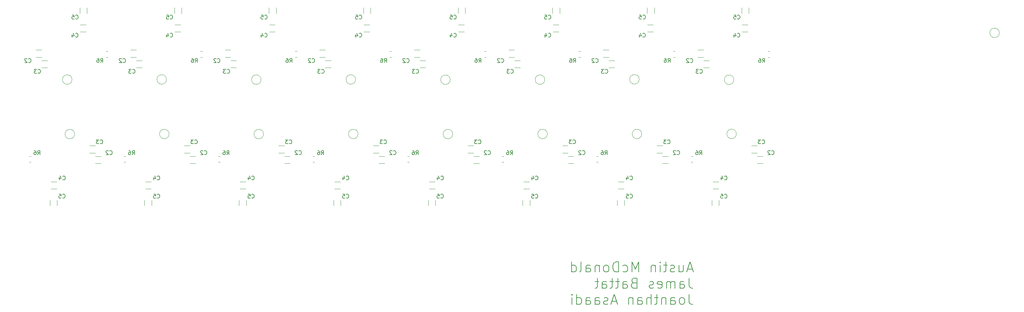
<source format=gbr>
%TF.GenerationSoftware,KiCad,Pcbnew,(6.0.7)*%
%TF.CreationDate,2022-08-12T11:14:58-05:00*%
%TF.ProjectId,SAQ-Readout,5341512d-5265-4616-946f-75742e6b6963,rev?*%
%TF.SameCoordinates,Original*%
%TF.FileFunction,Legend,Bot*%
%TF.FilePolarity,Positive*%
%FSLAX46Y46*%
G04 Gerber Fmt 4.6, Leading zero omitted, Abs format (unit mm)*
G04 Created by KiCad (PCBNEW (6.0.7)) date 2022-08-12 11:14:58*
%MOMM*%
%LPD*%
G01*
G04 APERTURE LIST*
%ADD10C,0.127000*%
%ADD11C,0.150000*%
%ADD12C,0.120000*%
G04 APERTURE END LIST*
D10*
X222445640Y-123943533D02*
X221236116Y-123943533D01*
X222687545Y-124669247D02*
X221840878Y-122129247D01*
X220994211Y-124669247D01*
X219058973Y-122975914D02*
X219058973Y-124669247D01*
X220147545Y-122975914D02*
X220147545Y-124306390D01*
X220026592Y-124548295D01*
X219784688Y-124669247D01*
X219421830Y-124669247D01*
X219179926Y-124548295D01*
X219058973Y-124427342D01*
X217970402Y-124548295D02*
X217728497Y-124669247D01*
X217244688Y-124669247D01*
X217002783Y-124548295D01*
X216881830Y-124306390D01*
X216881830Y-124185438D01*
X217002783Y-123943533D01*
X217244688Y-123822580D01*
X217607545Y-123822580D01*
X217849450Y-123701628D01*
X217970402Y-123459723D01*
X217970402Y-123338771D01*
X217849450Y-123096866D01*
X217607545Y-122975914D01*
X217244688Y-122975914D01*
X217002783Y-123096866D01*
X216156116Y-122975914D02*
X215188497Y-122975914D01*
X215793259Y-122129247D02*
X215793259Y-124306390D01*
X215672307Y-124548295D01*
X215430402Y-124669247D01*
X215188497Y-124669247D01*
X214341830Y-124669247D02*
X214341830Y-122975914D01*
X214341830Y-122129247D02*
X214462783Y-122250200D01*
X214341830Y-122371152D01*
X214220878Y-122250200D01*
X214341830Y-122129247D01*
X214341830Y-122371152D01*
X213132307Y-122975914D02*
X213132307Y-124669247D01*
X213132307Y-123217819D02*
X213011354Y-123096866D01*
X212769450Y-122975914D01*
X212406592Y-122975914D01*
X212164688Y-123096866D01*
X212043735Y-123338771D01*
X212043735Y-124669247D01*
X208898973Y-124669247D02*
X208898973Y-122129247D01*
X208052307Y-123943533D01*
X207205640Y-122129247D01*
X207205640Y-124669247D01*
X204907545Y-124548295D02*
X205149450Y-124669247D01*
X205633259Y-124669247D01*
X205875164Y-124548295D01*
X205996116Y-124427342D01*
X206117069Y-124185438D01*
X206117069Y-123459723D01*
X205996116Y-123217819D01*
X205875164Y-123096866D01*
X205633259Y-122975914D01*
X205149450Y-122975914D01*
X204907545Y-123096866D01*
X203818973Y-124669247D02*
X203818973Y-122129247D01*
X203214211Y-122129247D01*
X202851354Y-122250200D01*
X202609450Y-122492104D01*
X202488497Y-122734009D01*
X202367545Y-123217819D01*
X202367545Y-123580676D01*
X202488497Y-124064485D01*
X202609450Y-124306390D01*
X202851354Y-124548295D01*
X203214211Y-124669247D01*
X203818973Y-124669247D01*
X200916116Y-124669247D02*
X201158021Y-124548295D01*
X201278973Y-124427342D01*
X201399926Y-124185438D01*
X201399926Y-123459723D01*
X201278973Y-123217819D01*
X201158021Y-123096866D01*
X200916116Y-122975914D01*
X200553259Y-122975914D01*
X200311354Y-123096866D01*
X200190402Y-123217819D01*
X200069450Y-123459723D01*
X200069450Y-124185438D01*
X200190402Y-124427342D01*
X200311354Y-124548295D01*
X200553259Y-124669247D01*
X200916116Y-124669247D01*
X198980878Y-122975914D02*
X198980878Y-124669247D01*
X198980878Y-123217819D02*
X198859926Y-123096866D01*
X198618021Y-122975914D01*
X198255164Y-122975914D01*
X198013259Y-123096866D01*
X197892307Y-123338771D01*
X197892307Y-124669247D01*
X195594211Y-124669247D02*
X195594211Y-123338771D01*
X195715164Y-123096866D01*
X195957069Y-122975914D01*
X196440878Y-122975914D01*
X196682783Y-123096866D01*
X195594211Y-124548295D02*
X195836116Y-124669247D01*
X196440878Y-124669247D01*
X196682783Y-124548295D01*
X196803735Y-124306390D01*
X196803735Y-124064485D01*
X196682783Y-123822580D01*
X196440878Y-123701628D01*
X195836116Y-123701628D01*
X195594211Y-123580676D01*
X194021830Y-124669247D02*
X194263735Y-124548295D01*
X194384688Y-124306390D01*
X194384688Y-122129247D01*
X191965640Y-124669247D02*
X191965640Y-122129247D01*
X191965640Y-124548295D02*
X192207545Y-124669247D01*
X192691354Y-124669247D01*
X192933259Y-124548295D01*
X193054211Y-124427342D01*
X193175164Y-124185438D01*
X193175164Y-123459723D01*
X193054211Y-123217819D01*
X192933259Y-123096866D01*
X192691354Y-122975914D01*
X192207545Y-122975914D01*
X191965640Y-123096866D01*
X221598973Y-126218647D02*
X221598973Y-128032933D01*
X221719926Y-128395790D01*
X221961830Y-128637695D01*
X222324688Y-128758647D01*
X222566592Y-128758647D01*
X219300878Y-128758647D02*
X219300878Y-127428171D01*
X219421830Y-127186266D01*
X219663735Y-127065314D01*
X220147545Y-127065314D01*
X220389450Y-127186266D01*
X219300878Y-128637695D02*
X219542783Y-128758647D01*
X220147545Y-128758647D01*
X220389450Y-128637695D01*
X220510402Y-128395790D01*
X220510402Y-128153885D01*
X220389450Y-127911980D01*
X220147545Y-127791028D01*
X219542783Y-127791028D01*
X219300878Y-127670076D01*
X218091354Y-128758647D02*
X218091354Y-127065314D01*
X218091354Y-127307219D02*
X217970402Y-127186266D01*
X217728497Y-127065314D01*
X217365640Y-127065314D01*
X217123735Y-127186266D01*
X217002783Y-127428171D01*
X217002783Y-128758647D01*
X217002783Y-127428171D02*
X216881830Y-127186266D01*
X216639926Y-127065314D01*
X216277069Y-127065314D01*
X216035164Y-127186266D01*
X215914211Y-127428171D01*
X215914211Y-128758647D01*
X213737069Y-128637695D02*
X213978973Y-128758647D01*
X214462783Y-128758647D01*
X214704688Y-128637695D01*
X214825640Y-128395790D01*
X214825640Y-127428171D01*
X214704688Y-127186266D01*
X214462783Y-127065314D01*
X213978973Y-127065314D01*
X213737069Y-127186266D01*
X213616116Y-127428171D01*
X213616116Y-127670076D01*
X214825640Y-127911980D01*
X212648497Y-128637695D02*
X212406592Y-128758647D01*
X211922783Y-128758647D01*
X211680878Y-128637695D01*
X211559926Y-128395790D01*
X211559926Y-128274838D01*
X211680878Y-128032933D01*
X211922783Y-127911980D01*
X212285640Y-127911980D01*
X212527545Y-127791028D01*
X212648497Y-127549123D01*
X212648497Y-127428171D01*
X212527545Y-127186266D01*
X212285640Y-127065314D01*
X211922783Y-127065314D01*
X211680878Y-127186266D01*
X207689450Y-127428171D02*
X207326592Y-127549123D01*
X207205640Y-127670076D01*
X207084688Y-127911980D01*
X207084688Y-128274838D01*
X207205640Y-128516742D01*
X207326592Y-128637695D01*
X207568497Y-128758647D01*
X208536116Y-128758647D01*
X208536116Y-126218647D01*
X207689450Y-126218647D01*
X207447545Y-126339600D01*
X207326592Y-126460552D01*
X207205640Y-126702457D01*
X207205640Y-126944361D01*
X207326592Y-127186266D01*
X207447545Y-127307219D01*
X207689450Y-127428171D01*
X208536116Y-127428171D01*
X204907545Y-128758647D02*
X204907545Y-127428171D01*
X205028497Y-127186266D01*
X205270402Y-127065314D01*
X205754211Y-127065314D01*
X205996116Y-127186266D01*
X204907545Y-128637695D02*
X205149450Y-128758647D01*
X205754211Y-128758647D01*
X205996116Y-128637695D01*
X206117069Y-128395790D01*
X206117069Y-128153885D01*
X205996116Y-127911980D01*
X205754211Y-127791028D01*
X205149450Y-127791028D01*
X204907545Y-127670076D01*
X204060878Y-127065314D02*
X203093259Y-127065314D01*
X203698021Y-126218647D02*
X203698021Y-128395790D01*
X203577069Y-128637695D01*
X203335164Y-128758647D01*
X203093259Y-128758647D01*
X202609450Y-127065314D02*
X201641830Y-127065314D01*
X202246592Y-126218647D02*
X202246592Y-128395790D01*
X202125640Y-128637695D01*
X201883735Y-128758647D01*
X201641830Y-128758647D01*
X199706592Y-128758647D02*
X199706592Y-127428171D01*
X199827545Y-127186266D01*
X200069450Y-127065314D01*
X200553259Y-127065314D01*
X200795164Y-127186266D01*
X199706592Y-128637695D02*
X199948497Y-128758647D01*
X200553259Y-128758647D01*
X200795164Y-128637695D01*
X200916116Y-128395790D01*
X200916116Y-128153885D01*
X200795164Y-127911980D01*
X200553259Y-127791028D01*
X199948497Y-127791028D01*
X199706592Y-127670076D01*
X198859926Y-127065314D02*
X197892307Y-127065314D01*
X198497069Y-126218647D02*
X198497069Y-128395790D01*
X198376116Y-128637695D01*
X198134211Y-128758647D01*
X197892307Y-128758647D01*
X221598973Y-130308047D02*
X221598973Y-132122333D01*
X221719926Y-132485190D01*
X221961830Y-132727095D01*
X222324688Y-132848047D01*
X222566592Y-132848047D01*
X220026592Y-132848047D02*
X220268497Y-132727095D01*
X220389450Y-132606142D01*
X220510402Y-132364238D01*
X220510402Y-131638523D01*
X220389450Y-131396619D01*
X220268497Y-131275666D01*
X220026592Y-131154714D01*
X219663735Y-131154714D01*
X219421830Y-131275666D01*
X219300878Y-131396619D01*
X219179926Y-131638523D01*
X219179926Y-132364238D01*
X219300878Y-132606142D01*
X219421830Y-132727095D01*
X219663735Y-132848047D01*
X220026592Y-132848047D01*
X217002783Y-132848047D02*
X217002783Y-131517571D01*
X217123735Y-131275666D01*
X217365640Y-131154714D01*
X217849450Y-131154714D01*
X218091354Y-131275666D01*
X217002783Y-132727095D02*
X217244688Y-132848047D01*
X217849450Y-132848047D01*
X218091354Y-132727095D01*
X218212307Y-132485190D01*
X218212307Y-132243285D01*
X218091354Y-132001380D01*
X217849450Y-131880428D01*
X217244688Y-131880428D01*
X217002783Y-131759476D01*
X215793259Y-131154714D02*
X215793259Y-132848047D01*
X215793259Y-131396619D02*
X215672307Y-131275666D01*
X215430402Y-131154714D01*
X215067545Y-131154714D01*
X214825640Y-131275666D01*
X214704688Y-131517571D01*
X214704688Y-132848047D01*
X213858021Y-131154714D02*
X212890402Y-131154714D01*
X213495164Y-130308047D02*
X213495164Y-132485190D01*
X213374211Y-132727095D01*
X213132307Y-132848047D01*
X212890402Y-132848047D01*
X212043735Y-132848047D02*
X212043735Y-130308047D01*
X210955164Y-132848047D02*
X210955164Y-131517571D01*
X211076116Y-131275666D01*
X211318021Y-131154714D01*
X211680878Y-131154714D01*
X211922783Y-131275666D01*
X212043735Y-131396619D01*
X208657069Y-132848047D02*
X208657069Y-131517571D01*
X208778021Y-131275666D01*
X209019926Y-131154714D01*
X209503735Y-131154714D01*
X209745640Y-131275666D01*
X208657069Y-132727095D02*
X208898973Y-132848047D01*
X209503735Y-132848047D01*
X209745640Y-132727095D01*
X209866592Y-132485190D01*
X209866592Y-132243285D01*
X209745640Y-132001380D01*
X209503735Y-131880428D01*
X208898973Y-131880428D01*
X208657069Y-131759476D01*
X207447545Y-131154714D02*
X207447545Y-132848047D01*
X207447545Y-131396619D02*
X207326592Y-131275666D01*
X207084688Y-131154714D01*
X206721830Y-131154714D01*
X206479926Y-131275666D01*
X206358973Y-131517571D01*
X206358973Y-132848047D01*
X203335164Y-132122333D02*
X202125640Y-132122333D01*
X203577069Y-132848047D02*
X202730402Y-130308047D01*
X201883735Y-132848047D01*
X201158021Y-132727095D02*
X200916116Y-132848047D01*
X200432307Y-132848047D01*
X200190402Y-132727095D01*
X200069450Y-132485190D01*
X200069450Y-132364238D01*
X200190402Y-132122333D01*
X200432307Y-132001380D01*
X200795164Y-132001380D01*
X201037069Y-131880428D01*
X201158021Y-131638523D01*
X201158021Y-131517571D01*
X201037069Y-131275666D01*
X200795164Y-131154714D01*
X200432307Y-131154714D01*
X200190402Y-131275666D01*
X197892307Y-132848047D02*
X197892307Y-131517571D01*
X198013259Y-131275666D01*
X198255164Y-131154714D01*
X198738973Y-131154714D01*
X198980878Y-131275666D01*
X197892307Y-132727095D02*
X198134211Y-132848047D01*
X198738973Y-132848047D01*
X198980878Y-132727095D01*
X199101830Y-132485190D01*
X199101830Y-132243285D01*
X198980878Y-132001380D01*
X198738973Y-131880428D01*
X198134211Y-131880428D01*
X197892307Y-131759476D01*
X195594211Y-132848047D02*
X195594211Y-131517571D01*
X195715164Y-131275666D01*
X195957069Y-131154714D01*
X196440878Y-131154714D01*
X196682783Y-131275666D01*
X195594211Y-132727095D02*
X195836116Y-132848047D01*
X196440878Y-132848047D01*
X196682783Y-132727095D01*
X196803735Y-132485190D01*
X196803735Y-132243285D01*
X196682783Y-132001380D01*
X196440878Y-131880428D01*
X195836116Y-131880428D01*
X195594211Y-131759476D01*
X193296116Y-132848047D02*
X193296116Y-130308047D01*
X193296116Y-132727095D02*
X193538021Y-132848047D01*
X194021830Y-132848047D01*
X194263735Y-132727095D01*
X194384688Y-132606142D01*
X194505640Y-132364238D01*
X194505640Y-131638523D01*
X194384688Y-131396619D01*
X194263735Y-131275666D01*
X194021830Y-131154714D01*
X193538021Y-131154714D01*
X193296116Y-131275666D01*
X192086592Y-132848047D02*
X192086592Y-131154714D01*
X192086592Y-130308047D02*
X192207545Y-130429000D01*
X192086592Y-130549952D01*
X191965640Y-130429000D01*
X192086592Y-130308047D01*
X192086592Y-130549952D01*
D11*
%TO.C,C3*%
X105097995Y-74330409D02*
X105145614Y-74378028D01*
X105288471Y-74425647D01*
X105383709Y-74425647D01*
X105526567Y-74378028D01*
X105621805Y-74282790D01*
X105669424Y-74187552D01*
X105717043Y-73997076D01*
X105717043Y-73854219D01*
X105669424Y-73663743D01*
X105621805Y-73568505D01*
X105526567Y-73473267D01*
X105383709Y-73425647D01*
X105288471Y-73425647D01*
X105145614Y-73473267D01*
X105097995Y-73520886D01*
X104764662Y-73425647D02*
X104145614Y-73425647D01*
X104478948Y-73806600D01*
X104336090Y-73806600D01*
X104240852Y-73854219D01*
X104193233Y-73901838D01*
X104145614Y-73997076D01*
X104145614Y-74235171D01*
X104193233Y-74330409D01*
X104240852Y-74378028D01*
X104336090Y-74425647D01*
X104621805Y-74425647D01*
X104717043Y-74378028D01*
X104764662Y-74330409D01*
X224351875Y-74330409D02*
X224399494Y-74378028D01*
X224542351Y-74425647D01*
X224637589Y-74425647D01*
X224780447Y-74378028D01*
X224875685Y-74282790D01*
X224923304Y-74187552D01*
X224970923Y-73997076D01*
X224970923Y-73854219D01*
X224923304Y-73663743D01*
X224875685Y-73568505D01*
X224780447Y-73473267D01*
X224637589Y-73425647D01*
X224542351Y-73425647D01*
X224399494Y-73473267D01*
X224351875Y-73520886D01*
X224018542Y-73425647D02*
X223399494Y-73425647D01*
X223732828Y-73806600D01*
X223589970Y-73806600D01*
X223494732Y-73854219D01*
X223447113Y-73901838D01*
X223399494Y-73997076D01*
X223399494Y-74235171D01*
X223447113Y-74330409D01*
X223494732Y-74378028D01*
X223589970Y-74425647D01*
X223875685Y-74425647D01*
X223970923Y-74378028D01*
X224018542Y-74330409D01*
%TO.C,C5*%
X90733719Y-60589009D02*
X90781338Y-60636628D01*
X90924195Y-60684247D01*
X91019433Y-60684247D01*
X91162291Y-60636628D01*
X91257529Y-60541390D01*
X91305148Y-60446152D01*
X91352767Y-60255676D01*
X91352767Y-60112819D01*
X91305148Y-59922343D01*
X91257529Y-59827105D01*
X91162291Y-59731867D01*
X91019433Y-59684247D01*
X90924195Y-59684247D01*
X90781338Y-59731867D01*
X90733719Y-59779486D01*
X89828957Y-59684247D02*
X90305148Y-59684247D01*
X90352767Y-60160438D01*
X90305148Y-60112819D01*
X90209910Y-60065200D01*
X89971814Y-60065200D01*
X89876576Y-60112819D01*
X89828957Y-60160438D01*
X89781338Y-60255676D01*
X89781338Y-60493771D01*
X89828957Y-60589009D01*
X89876576Y-60636628D01*
X89971814Y-60684247D01*
X90209910Y-60684247D01*
X90305148Y-60636628D01*
X90352767Y-60589009D01*
%TO.C,C2*%
X126535771Y-71587209D02*
X126583390Y-71634828D01*
X126726247Y-71682447D01*
X126821485Y-71682447D01*
X126964343Y-71634828D01*
X127059581Y-71539590D01*
X127107200Y-71444352D01*
X127154819Y-71253876D01*
X127154819Y-71111019D01*
X127107200Y-70920543D01*
X127059581Y-70825305D01*
X126964343Y-70730067D01*
X126821485Y-70682447D01*
X126726247Y-70682447D01*
X126583390Y-70730067D01*
X126535771Y-70777686D01*
X126154819Y-70777686D02*
X126107200Y-70730067D01*
X126011962Y-70682447D01*
X125773866Y-70682447D01*
X125678628Y-70730067D01*
X125631009Y-70777686D01*
X125583390Y-70872924D01*
X125583390Y-70968162D01*
X125631009Y-71111019D01*
X126202438Y-71682447D01*
X125583390Y-71682447D01*
%TO.C,C4*%
X111321075Y-101279809D02*
X111368694Y-101327428D01*
X111511551Y-101375047D01*
X111606789Y-101375047D01*
X111749647Y-101327428D01*
X111844885Y-101232190D01*
X111892504Y-101136952D01*
X111940123Y-100946476D01*
X111940123Y-100803619D01*
X111892504Y-100613143D01*
X111844885Y-100517905D01*
X111749647Y-100422667D01*
X111606789Y-100375047D01*
X111511551Y-100375047D01*
X111368694Y-100422667D01*
X111321075Y-100470286D01*
X110463932Y-100708381D02*
X110463932Y-101375047D01*
X110702028Y-100327428D02*
X110940123Y-101041714D01*
X110321075Y-101041714D01*
%TO.C,C2*%
X198088099Y-71587209D02*
X198135718Y-71634828D01*
X198278575Y-71682447D01*
X198373813Y-71682447D01*
X198516671Y-71634828D01*
X198611909Y-71539590D01*
X198659528Y-71444352D01*
X198707147Y-71253876D01*
X198707147Y-71111019D01*
X198659528Y-70920543D01*
X198611909Y-70825305D01*
X198516671Y-70730067D01*
X198373813Y-70682447D01*
X198278575Y-70682447D01*
X198135718Y-70730067D01*
X198088099Y-70777686D01*
X197707147Y-70777686D02*
X197659528Y-70730067D01*
X197564290Y-70682447D01*
X197326194Y-70682447D01*
X197230956Y-70730067D01*
X197183337Y-70777686D01*
X197135718Y-70872924D01*
X197135718Y-70968162D01*
X197183337Y-71111019D01*
X197754766Y-71682447D01*
X197135718Y-71682447D01*
%TO.C,C3*%
X73093723Y-92135809D02*
X73141342Y-92183428D01*
X73284199Y-92231047D01*
X73379437Y-92231047D01*
X73522295Y-92183428D01*
X73617533Y-92088190D01*
X73665152Y-91992952D01*
X73712771Y-91802476D01*
X73712771Y-91659619D01*
X73665152Y-91469143D01*
X73617533Y-91373905D01*
X73522295Y-91278667D01*
X73379437Y-91231047D01*
X73284199Y-91231047D01*
X73141342Y-91278667D01*
X73093723Y-91326286D01*
X72760390Y-91231047D02*
X72141342Y-91231047D01*
X72474676Y-91612000D01*
X72331818Y-91612000D01*
X72236580Y-91659619D01*
X72188961Y-91707238D01*
X72141342Y-91802476D01*
X72141342Y-92040571D01*
X72188961Y-92135809D01*
X72236580Y-92183428D01*
X72331818Y-92231047D01*
X72617533Y-92231047D01*
X72712771Y-92183428D01*
X72760390Y-92135809D01*
%TO.C,C2*%
X170909827Y-94879009D02*
X170957446Y-94926628D01*
X171100303Y-94974247D01*
X171195541Y-94974247D01*
X171338399Y-94926628D01*
X171433637Y-94831390D01*
X171481256Y-94736152D01*
X171528875Y-94545676D01*
X171528875Y-94402819D01*
X171481256Y-94212343D01*
X171433637Y-94117105D01*
X171338399Y-94021867D01*
X171195541Y-93974247D01*
X171100303Y-93974247D01*
X170957446Y-94021867D01*
X170909827Y-94069486D01*
X170528875Y-94069486D02*
X170481256Y-94021867D01*
X170386018Y-93974247D01*
X170147922Y-93974247D01*
X170052684Y-94021867D01*
X170005065Y-94069486D01*
X169957446Y-94164724D01*
X169957446Y-94259962D01*
X170005065Y-94402819D01*
X170576494Y-94974247D01*
X169957446Y-94974247D01*
%TO.C,C3*%
X192347603Y-92135809D02*
X192395222Y-92183428D01*
X192538079Y-92231047D01*
X192633317Y-92231047D01*
X192776175Y-92183428D01*
X192871413Y-92088190D01*
X192919032Y-91992952D01*
X192966651Y-91802476D01*
X192966651Y-91659619D01*
X192919032Y-91469143D01*
X192871413Y-91373905D01*
X192776175Y-91278667D01*
X192633317Y-91231047D01*
X192538079Y-91231047D01*
X192395222Y-91278667D01*
X192347603Y-91326286D01*
X192014270Y-91231047D02*
X191395222Y-91231047D01*
X191728556Y-91612000D01*
X191585698Y-91612000D01*
X191490460Y-91659619D01*
X191442841Y-91707238D01*
X191395222Y-91802476D01*
X191395222Y-92040571D01*
X191442841Y-92135809D01*
X191490460Y-92183428D01*
X191585698Y-92231047D01*
X191871413Y-92231047D01*
X191966651Y-92183428D01*
X192014270Y-92135809D01*
%TO.C,C2*%
X54983443Y-71587209D02*
X55031062Y-71634828D01*
X55173919Y-71682447D01*
X55269157Y-71682447D01*
X55412015Y-71634828D01*
X55507253Y-71539590D01*
X55554872Y-71444352D01*
X55602491Y-71253876D01*
X55602491Y-71111019D01*
X55554872Y-70920543D01*
X55507253Y-70825305D01*
X55412015Y-70730067D01*
X55269157Y-70682447D01*
X55173919Y-70682447D01*
X55031062Y-70730067D01*
X54983443Y-70777686D01*
X54602491Y-70777686D02*
X54554872Y-70730067D01*
X54459634Y-70682447D01*
X54221538Y-70682447D01*
X54126300Y-70730067D01*
X54078681Y-70777686D01*
X54031062Y-70872924D01*
X54031062Y-70968162D01*
X54078681Y-71111019D01*
X54650110Y-71682447D01*
X54031062Y-71682447D01*
X242462155Y-94879009D02*
X242509774Y-94926628D01*
X242652631Y-94974247D01*
X242747869Y-94974247D01*
X242890727Y-94926628D01*
X242985965Y-94831390D01*
X243033584Y-94736152D01*
X243081203Y-94545676D01*
X243081203Y-94402819D01*
X243033584Y-94212343D01*
X242985965Y-94117105D01*
X242890727Y-94021867D01*
X242747869Y-93974247D01*
X242652631Y-93974247D01*
X242509774Y-94021867D01*
X242462155Y-94069486D01*
X242081203Y-94069486D02*
X242033584Y-94021867D01*
X241938346Y-93974247D01*
X241700250Y-93974247D01*
X241605012Y-94021867D01*
X241557393Y-94069486D01*
X241509774Y-94164724D01*
X241509774Y-94259962D01*
X241557393Y-94402819D01*
X242128822Y-94974247D01*
X241509774Y-94974247D01*
%TO.C,R6*%
X152711127Y-94999647D02*
X153044461Y-94523457D01*
X153282556Y-94999647D02*
X153282556Y-93999647D01*
X152901603Y-93999647D01*
X152806365Y-94047267D01*
X152758746Y-94094886D01*
X152711127Y-94190124D01*
X152711127Y-94332981D01*
X152758746Y-94428219D01*
X152806365Y-94475838D01*
X152901603Y-94523457D01*
X153282556Y-94523457D01*
X151853984Y-93999647D02*
X152044461Y-93999647D01*
X152139699Y-94047267D01*
X152187318Y-94094886D01*
X152282556Y-94237743D01*
X152330175Y-94428219D01*
X152330175Y-94809171D01*
X152282556Y-94904409D01*
X152234937Y-94952028D01*
X152139699Y-94999647D01*
X151949222Y-94999647D01*
X151853984Y-94952028D01*
X151806365Y-94904409D01*
X151758746Y-94809171D01*
X151758746Y-94571076D01*
X151806365Y-94475838D01*
X151853984Y-94428219D01*
X151949222Y-94380600D01*
X152139699Y-94380600D01*
X152234937Y-94428219D01*
X152282556Y-94475838D01*
X152330175Y-94571076D01*
%TO.C,C5*%
X186136823Y-60589009D02*
X186184442Y-60636628D01*
X186327299Y-60684247D01*
X186422537Y-60684247D01*
X186565395Y-60636628D01*
X186660633Y-60541390D01*
X186708252Y-60446152D01*
X186755871Y-60255676D01*
X186755871Y-60112819D01*
X186708252Y-59922343D01*
X186660633Y-59827105D01*
X186565395Y-59731867D01*
X186422537Y-59684247D01*
X186327299Y-59684247D01*
X186184442Y-59731867D01*
X186136823Y-59779486D01*
X185232061Y-59684247D02*
X185708252Y-59684247D01*
X185755871Y-60160438D01*
X185708252Y-60112819D01*
X185613014Y-60065200D01*
X185374918Y-60065200D01*
X185279680Y-60112819D01*
X185232061Y-60160438D01*
X185184442Y-60255676D01*
X185184442Y-60493771D01*
X185232061Y-60589009D01*
X185279680Y-60636628D01*
X185374918Y-60684247D01*
X185613014Y-60684247D01*
X185708252Y-60636628D01*
X185755871Y-60589009D01*
%TO.C,C3*%
X216198379Y-92135809D02*
X216245998Y-92183428D01*
X216388855Y-92231047D01*
X216484093Y-92231047D01*
X216626951Y-92183428D01*
X216722189Y-92088190D01*
X216769808Y-91992952D01*
X216817427Y-91802476D01*
X216817427Y-91659619D01*
X216769808Y-91469143D01*
X216722189Y-91373905D01*
X216626951Y-91278667D01*
X216484093Y-91231047D01*
X216388855Y-91231047D01*
X216245998Y-91278667D01*
X216198379Y-91326286D01*
X215865046Y-91231047D02*
X215245998Y-91231047D01*
X215579332Y-91612000D01*
X215436474Y-91612000D01*
X215341236Y-91659619D01*
X215293617Y-91707238D01*
X215245998Y-91802476D01*
X215245998Y-92040571D01*
X215293617Y-92135809D01*
X215341236Y-92183428D01*
X215436474Y-92231047D01*
X215722189Y-92231047D01*
X215817427Y-92183428D01*
X215865046Y-92135809D01*
%TO.C,C4*%
X138422971Y-65186409D02*
X138470590Y-65234028D01*
X138613447Y-65281647D01*
X138708685Y-65281647D01*
X138851543Y-65234028D01*
X138946781Y-65138790D01*
X138994400Y-65043552D01*
X139042019Y-64853076D01*
X139042019Y-64710219D01*
X138994400Y-64519743D01*
X138946781Y-64424505D01*
X138851543Y-64329267D01*
X138708685Y-64281647D01*
X138613447Y-64281647D01*
X138470590Y-64329267D01*
X138422971Y-64376886D01*
X137565828Y-64614981D02*
X137565828Y-65281647D01*
X137803924Y-64234028D02*
X138042019Y-64948314D01*
X137422971Y-64948314D01*
%TO.C,R6*%
X97032919Y-71657047D02*
X97366253Y-71180857D01*
X97604348Y-71657047D02*
X97604348Y-70657047D01*
X97223395Y-70657047D01*
X97128157Y-70704667D01*
X97080538Y-70752286D01*
X97032919Y-70847524D01*
X97032919Y-70990381D01*
X97080538Y-71085619D01*
X97128157Y-71133238D01*
X97223395Y-71180857D01*
X97604348Y-71180857D01*
X96175776Y-70657047D02*
X96366253Y-70657047D01*
X96461491Y-70704667D01*
X96509110Y-70752286D01*
X96604348Y-70895143D01*
X96651967Y-71085619D01*
X96651967Y-71466571D01*
X96604348Y-71561809D01*
X96556729Y-71609428D01*
X96461491Y-71657047D01*
X96271014Y-71657047D01*
X96175776Y-71609428D01*
X96128157Y-71561809D01*
X96080538Y-71466571D01*
X96080538Y-71228476D01*
X96128157Y-71133238D01*
X96175776Y-71085619D01*
X96271014Y-71038000D01*
X96461491Y-71038000D01*
X96556729Y-71085619D01*
X96604348Y-71133238D01*
X96651967Y-71228476D01*
%TO.C,C3*%
X176650323Y-74330409D02*
X176697942Y-74378028D01*
X176840799Y-74425647D01*
X176936037Y-74425647D01*
X177078895Y-74378028D01*
X177174133Y-74282790D01*
X177221752Y-74187552D01*
X177269371Y-73997076D01*
X177269371Y-73854219D01*
X177221752Y-73663743D01*
X177174133Y-73568505D01*
X177078895Y-73473267D01*
X176936037Y-73425647D01*
X176840799Y-73425647D01*
X176697942Y-73473267D01*
X176650323Y-73520886D01*
X176316990Y-73425647D02*
X175697942Y-73425647D01*
X176031276Y-73806600D01*
X175888418Y-73806600D01*
X175793180Y-73854219D01*
X175745561Y-73901838D01*
X175697942Y-73997076D01*
X175697942Y-74235171D01*
X175745561Y-74330409D01*
X175793180Y-74378028D01*
X175888418Y-74425647D01*
X176174133Y-74425647D01*
X176269371Y-74378028D01*
X176316990Y-74330409D01*
%TO.C,R6*%
X120883695Y-71657047D02*
X121217029Y-71180857D01*
X121455124Y-71657047D02*
X121455124Y-70657047D01*
X121074171Y-70657047D01*
X120978933Y-70704667D01*
X120931314Y-70752286D01*
X120883695Y-70847524D01*
X120883695Y-70990381D01*
X120931314Y-71085619D01*
X120978933Y-71133238D01*
X121074171Y-71180857D01*
X121455124Y-71180857D01*
X120026552Y-70657047D02*
X120217029Y-70657047D01*
X120312267Y-70704667D01*
X120359886Y-70752286D01*
X120455124Y-70895143D01*
X120502743Y-71085619D01*
X120502743Y-71466571D01*
X120455124Y-71561809D01*
X120407505Y-71609428D01*
X120312267Y-71657047D01*
X120121790Y-71657047D01*
X120026552Y-71609428D01*
X119978933Y-71561809D01*
X119931314Y-71466571D01*
X119931314Y-71228476D01*
X119978933Y-71133238D01*
X120026552Y-71085619D01*
X120121790Y-71038000D01*
X120312267Y-71038000D01*
X120407505Y-71085619D01*
X120455124Y-71133238D01*
X120502743Y-71228476D01*
X144734471Y-71657047D02*
X145067805Y-71180857D01*
X145305900Y-71657047D02*
X145305900Y-70657047D01*
X144924947Y-70657047D01*
X144829709Y-70704667D01*
X144782090Y-70752286D01*
X144734471Y-70847524D01*
X144734471Y-70990381D01*
X144782090Y-71085619D01*
X144829709Y-71133238D01*
X144924947Y-71180857D01*
X145305900Y-71180857D01*
X143877328Y-70657047D02*
X144067805Y-70657047D01*
X144163043Y-70704667D01*
X144210662Y-70752286D01*
X144305900Y-70895143D01*
X144353519Y-71085619D01*
X144353519Y-71466571D01*
X144305900Y-71561809D01*
X144258281Y-71609428D01*
X144163043Y-71657047D01*
X143972566Y-71657047D01*
X143877328Y-71609428D01*
X143829709Y-71561809D01*
X143782090Y-71466571D01*
X143782090Y-71228476D01*
X143829709Y-71133238D01*
X143877328Y-71085619D01*
X143972566Y-71038000D01*
X144163043Y-71038000D01*
X144258281Y-71085619D01*
X144305900Y-71133238D01*
X144353519Y-71228476D01*
%TO.C,C2*%
X75506723Y-94879009D02*
X75554342Y-94926628D01*
X75697199Y-94974247D01*
X75792437Y-94974247D01*
X75935295Y-94926628D01*
X76030533Y-94831390D01*
X76078152Y-94736152D01*
X76125771Y-94545676D01*
X76125771Y-94402819D01*
X76078152Y-94212343D01*
X76030533Y-94117105D01*
X75935295Y-94021867D01*
X75792437Y-93974247D01*
X75697199Y-93974247D01*
X75554342Y-94021867D01*
X75506723Y-94069486D01*
X75125771Y-94069486D02*
X75078152Y-94021867D01*
X74982914Y-93974247D01*
X74744818Y-93974247D01*
X74649580Y-94021867D01*
X74601961Y-94069486D01*
X74554342Y-94164724D01*
X74554342Y-94259962D01*
X74601961Y-94402819D01*
X75173390Y-94974247D01*
X74554342Y-94974247D01*
%TO.C,C3*%
X144646051Y-92135809D02*
X144693670Y-92183428D01*
X144836527Y-92231047D01*
X144931765Y-92231047D01*
X145074623Y-92183428D01*
X145169861Y-92088190D01*
X145217480Y-91992952D01*
X145265099Y-91802476D01*
X145265099Y-91659619D01*
X145217480Y-91469143D01*
X145169861Y-91373905D01*
X145074623Y-91278667D01*
X144931765Y-91231047D01*
X144836527Y-91231047D01*
X144693670Y-91278667D01*
X144646051Y-91326286D01*
X144312718Y-91231047D02*
X143693670Y-91231047D01*
X144027004Y-91612000D01*
X143884146Y-91612000D01*
X143788908Y-91659619D01*
X143741289Y-91707238D01*
X143693670Y-91802476D01*
X143693670Y-92040571D01*
X143741289Y-92135809D01*
X143788908Y-92183428D01*
X143884146Y-92231047D01*
X144169861Y-92231047D01*
X144265099Y-92183428D01*
X144312718Y-92135809D01*
%TO.C,C2*%
X218611379Y-94879009D02*
X218658998Y-94926628D01*
X218801855Y-94974247D01*
X218897093Y-94974247D01*
X219039951Y-94926628D01*
X219135189Y-94831390D01*
X219182808Y-94736152D01*
X219230427Y-94545676D01*
X219230427Y-94402819D01*
X219182808Y-94212343D01*
X219135189Y-94117105D01*
X219039951Y-94021867D01*
X218897093Y-93974247D01*
X218801855Y-93974247D01*
X218658998Y-94021867D01*
X218611379Y-94069486D01*
X218230427Y-94069486D02*
X218182808Y-94021867D01*
X218087570Y-93974247D01*
X217849474Y-93974247D01*
X217754236Y-94021867D01*
X217706617Y-94069486D01*
X217658998Y-94164724D01*
X217658998Y-94259962D01*
X217706617Y-94402819D01*
X218278046Y-94974247D01*
X217658998Y-94974247D01*
%TO.C,C4*%
X66870643Y-65186409D02*
X66918262Y-65234028D01*
X67061119Y-65281647D01*
X67156357Y-65281647D01*
X67299215Y-65234028D01*
X67394453Y-65138790D01*
X67442072Y-65043552D01*
X67489691Y-64853076D01*
X67489691Y-64710219D01*
X67442072Y-64519743D01*
X67394453Y-64424505D01*
X67299215Y-64329267D01*
X67156357Y-64281647D01*
X67061119Y-64281647D01*
X66918262Y-64329267D01*
X66870643Y-64376886D01*
X66013500Y-64614981D02*
X66013500Y-65281647D01*
X66251596Y-64234028D02*
X66489691Y-64948314D01*
X65870643Y-64948314D01*
%TO.C,R6*%
X57308023Y-94999647D02*
X57641357Y-94523457D01*
X57879452Y-94999647D02*
X57879452Y-93999647D01*
X57498499Y-93999647D01*
X57403261Y-94047267D01*
X57355642Y-94094886D01*
X57308023Y-94190124D01*
X57308023Y-94332981D01*
X57355642Y-94428219D01*
X57403261Y-94475838D01*
X57498499Y-94523457D01*
X57879452Y-94523457D01*
X56450880Y-93999647D02*
X56641357Y-93999647D01*
X56736595Y-94047267D01*
X56784214Y-94094886D01*
X56879452Y-94237743D01*
X56927071Y-94428219D01*
X56927071Y-94809171D01*
X56879452Y-94904409D01*
X56831833Y-94952028D01*
X56736595Y-94999647D01*
X56546118Y-94999647D01*
X56450880Y-94952028D01*
X56403261Y-94904409D01*
X56355642Y-94809171D01*
X56355642Y-94571076D01*
X56403261Y-94475838D01*
X56450880Y-94428219D01*
X56546118Y-94380600D01*
X56736595Y-94380600D01*
X56831833Y-94428219D01*
X56879452Y-94475838D01*
X56927071Y-94571076D01*
%TO.C,C3*%
X57396443Y-74330409D02*
X57444062Y-74378028D01*
X57586919Y-74425647D01*
X57682157Y-74425647D01*
X57825015Y-74378028D01*
X57920253Y-74282790D01*
X57967872Y-74187552D01*
X58015491Y-73997076D01*
X58015491Y-73854219D01*
X57967872Y-73663743D01*
X57920253Y-73568505D01*
X57825015Y-73473267D01*
X57682157Y-73425647D01*
X57586919Y-73425647D01*
X57444062Y-73473267D01*
X57396443Y-73520886D01*
X57063110Y-73425647D02*
X56444062Y-73425647D01*
X56777396Y-73806600D01*
X56634538Y-73806600D01*
X56539300Y-73854219D01*
X56491681Y-73901838D01*
X56444062Y-73997076D01*
X56444062Y-74235171D01*
X56491681Y-74330409D01*
X56539300Y-74378028D01*
X56634538Y-74425647D01*
X56920253Y-74425647D01*
X57015491Y-74378028D01*
X57063110Y-74330409D01*
%TO.C,C4*%
X63619523Y-101279809D02*
X63667142Y-101327428D01*
X63809999Y-101375047D01*
X63905237Y-101375047D01*
X64048095Y-101327428D01*
X64143333Y-101232190D01*
X64190952Y-101136952D01*
X64238571Y-100946476D01*
X64238571Y-100803619D01*
X64190952Y-100613143D01*
X64143333Y-100517905D01*
X64048095Y-100422667D01*
X63905237Y-100375047D01*
X63809999Y-100375047D01*
X63667142Y-100422667D01*
X63619523Y-100470286D01*
X62762380Y-100708381D02*
X62762380Y-101375047D01*
X63000476Y-100327428D02*
X63238571Y-101041714D01*
X62619523Y-101041714D01*
%TO.C,C2*%
X174237323Y-71587209D02*
X174284942Y-71634828D01*
X174427799Y-71682447D01*
X174523037Y-71682447D01*
X174665895Y-71634828D01*
X174761133Y-71539590D01*
X174808752Y-71444352D01*
X174856371Y-71253876D01*
X174856371Y-71111019D01*
X174808752Y-70920543D01*
X174761133Y-70825305D01*
X174665895Y-70730067D01*
X174523037Y-70682447D01*
X174427799Y-70682447D01*
X174284942Y-70730067D01*
X174237323Y-70777686D01*
X173856371Y-70777686D02*
X173808752Y-70730067D01*
X173713514Y-70682447D01*
X173475418Y-70682447D01*
X173380180Y-70730067D01*
X173332561Y-70777686D01*
X173284942Y-70872924D01*
X173284942Y-70968162D01*
X173332561Y-71111019D01*
X173903990Y-71682447D01*
X173284942Y-71682447D01*
%TO.C,C4*%
X186124523Y-65186409D02*
X186172142Y-65234028D01*
X186314999Y-65281647D01*
X186410237Y-65281647D01*
X186553095Y-65234028D01*
X186648333Y-65138790D01*
X186695952Y-65043552D01*
X186743571Y-64853076D01*
X186743571Y-64710219D01*
X186695952Y-64519743D01*
X186648333Y-64424505D01*
X186553095Y-64329267D01*
X186410237Y-64281647D01*
X186314999Y-64281647D01*
X186172142Y-64329267D01*
X186124523Y-64376886D01*
X185267380Y-64614981D02*
X185267380Y-65281647D01*
X185505476Y-64234028D02*
X185743571Y-64948314D01*
X185124523Y-64948314D01*
%TO.C,C5*%
X230562655Y-105877209D02*
X230610274Y-105924828D01*
X230753131Y-105972447D01*
X230848369Y-105972447D01*
X230991227Y-105924828D01*
X231086465Y-105829590D01*
X231134084Y-105734352D01*
X231181703Y-105543876D01*
X231181703Y-105401019D01*
X231134084Y-105210543D01*
X231086465Y-105115305D01*
X230991227Y-105020067D01*
X230848369Y-104972447D01*
X230753131Y-104972447D01*
X230610274Y-105020067D01*
X230562655Y-105067686D01*
X229657893Y-104972447D02*
X230134084Y-104972447D01*
X230181703Y-105448638D01*
X230134084Y-105401019D01*
X230038846Y-105353400D01*
X229800750Y-105353400D01*
X229705512Y-105401019D01*
X229657893Y-105448638D01*
X229610274Y-105543876D01*
X229610274Y-105781971D01*
X229657893Y-105877209D01*
X229705512Y-105924828D01*
X229800750Y-105972447D01*
X230038846Y-105972447D01*
X230134084Y-105924828D01*
X230181703Y-105877209D01*
%TO.C,R6*%
X192436023Y-71657047D02*
X192769357Y-71180857D01*
X193007452Y-71657047D02*
X193007452Y-70657047D01*
X192626499Y-70657047D01*
X192531261Y-70704667D01*
X192483642Y-70752286D01*
X192436023Y-70847524D01*
X192436023Y-70990381D01*
X192483642Y-71085619D01*
X192531261Y-71133238D01*
X192626499Y-71180857D01*
X193007452Y-71180857D01*
X191578880Y-70657047D02*
X191769357Y-70657047D01*
X191864595Y-70704667D01*
X191912214Y-70752286D01*
X192007452Y-70895143D01*
X192055071Y-71085619D01*
X192055071Y-71466571D01*
X192007452Y-71561809D01*
X191959833Y-71609428D01*
X191864595Y-71657047D01*
X191674118Y-71657047D01*
X191578880Y-71609428D01*
X191531261Y-71561809D01*
X191483642Y-71466571D01*
X191483642Y-71228476D01*
X191531261Y-71133238D01*
X191578880Y-71085619D01*
X191674118Y-71038000D01*
X191864595Y-71038000D01*
X191959833Y-71085619D01*
X192007452Y-71133238D01*
X192055071Y-71228476D01*
%TO.C,C5*%
X138435271Y-60589009D02*
X138482890Y-60636628D01*
X138625747Y-60684247D01*
X138720985Y-60684247D01*
X138863843Y-60636628D01*
X138959081Y-60541390D01*
X139006700Y-60446152D01*
X139054319Y-60255676D01*
X139054319Y-60112819D01*
X139006700Y-59922343D01*
X138959081Y-59827105D01*
X138863843Y-59731867D01*
X138720985Y-59684247D01*
X138625747Y-59684247D01*
X138482890Y-59731867D01*
X138435271Y-59779486D01*
X137530509Y-59684247D02*
X138006700Y-59684247D01*
X138054319Y-60160438D01*
X138006700Y-60112819D01*
X137911462Y-60065200D01*
X137673366Y-60065200D01*
X137578128Y-60112819D01*
X137530509Y-60160438D01*
X137482890Y-60255676D01*
X137482890Y-60493771D01*
X137530509Y-60589009D01*
X137578128Y-60636628D01*
X137673366Y-60684247D01*
X137911462Y-60684247D01*
X138006700Y-60636628D01*
X138054319Y-60589009D01*
%TO.C,C2*%
X147059051Y-94879009D02*
X147106670Y-94926628D01*
X147249527Y-94974247D01*
X147344765Y-94974247D01*
X147487623Y-94926628D01*
X147582861Y-94831390D01*
X147630480Y-94736152D01*
X147678099Y-94545676D01*
X147678099Y-94402819D01*
X147630480Y-94212343D01*
X147582861Y-94117105D01*
X147487623Y-94021867D01*
X147344765Y-93974247D01*
X147249527Y-93974247D01*
X147106670Y-94021867D01*
X147059051Y-94069486D01*
X146678099Y-94069486D02*
X146630480Y-94021867D01*
X146535242Y-93974247D01*
X146297146Y-93974247D01*
X146201908Y-94021867D01*
X146154289Y-94069486D01*
X146106670Y-94164724D01*
X146106670Y-94259962D01*
X146154289Y-94402819D01*
X146725718Y-94974247D01*
X146106670Y-94974247D01*
%TO.C,C4*%
X162273747Y-65186409D02*
X162321366Y-65234028D01*
X162464223Y-65281647D01*
X162559461Y-65281647D01*
X162702319Y-65234028D01*
X162797557Y-65138790D01*
X162845176Y-65043552D01*
X162892795Y-64853076D01*
X162892795Y-64710219D01*
X162845176Y-64519743D01*
X162797557Y-64424505D01*
X162702319Y-64329267D01*
X162559461Y-64281647D01*
X162464223Y-64281647D01*
X162321366Y-64329267D01*
X162273747Y-64376886D01*
X161416604Y-64614981D02*
X161416604Y-65281647D01*
X161654700Y-64234028D02*
X161892795Y-64948314D01*
X161273747Y-64948314D01*
%TO.C,C3*%
X240049155Y-92135809D02*
X240096774Y-92183428D01*
X240239631Y-92231047D01*
X240334869Y-92231047D01*
X240477727Y-92183428D01*
X240572965Y-92088190D01*
X240620584Y-91992952D01*
X240668203Y-91802476D01*
X240668203Y-91659619D01*
X240620584Y-91469143D01*
X240572965Y-91373905D01*
X240477727Y-91278667D01*
X240334869Y-91231047D01*
X240239631Y-91231047D01*
X240096774Y-91278667D01*
X240049155Y-91326286D01*
X239715822Y-91231047D02*
X239096774Y-91231047D01*
X239430108Y-91612000D01*
X239287250Y-91612000D01*
X239192012Y-91659619D01*
X239144393Y-91707238D01*
X239096774Y-91802476D01*
X239096774Y-92040571D01*
X239144393Y-92135809D01*
X239192012Y-92183428D01*
X239287250Y-92231047D01*
X239572965Y-92231047D01*
X239668203Y-92183428D01*
X239715822Y-92135809D01*
%TO.C,R6*%
X200412679Y-94999647D02*
X200746013Y-94523457D01*
X200984108Y-94999647D02*
X200984108Y-93999647D01*
X200603155Y-93999647D01*
X200507917Y-94047267D01*
X200460298Y-94094886D01*
X200412679Y-94190124D01*
X200412679Y-94332981D01*
X200460298Y-94428219D01*
X200507917Y-94475838D01*
X200603155Y-94523457D01*
X200984108Y-94523457D01*
X199555536Y-93999647D02*
X199746013Y-93999647D01*
X199841251Y-94047267D01*
X199888870Y-94094886D01*
X199984108Y-94237743D01*
X200031727Y-94428219D01*
X200031727Y-94809171D01*
X199984108Y-94904409D01*
X199936489Y-94952028D01*
X199841251Y-94999647D01*
X199650774Y-94999647D01*
X199555536Y-94952028D01*
X199507917Y-94904409D01*
X199460298Y-94809171D01*
X199460298Y-94571076D01*
X199507917Y-94475838D01*
X199555536Y-94428219D01*
X199650774Y-94380600D01*
X199841251Y-94380600D01*
X199936489Y-94428219D01*
X199984108Y-94475838D01*
X200031727Y-94571076D01*
%TO.C,C2*%
X123208275Y-94879009D02*
X123255894Y-94926628D01*
X123398751Y-94974247D01*
X123493989Y-94974247D01*
X123636847Y-94926628D01*
X123732085Y-94831390D01*
X123779704Y-94736152D01*
X123827323Y-94545676D01*
X123827323Y-94402819D01*
X123779704Y-94212343D01*
X123732085Y-94117105D01*
X123636847Y-94021867D01*
X123493989Y-93974247D01*
X123398751Y-93974247D01*
X123255894Y-94021867D01*
X123208275Y-94069486D01*
X122827323Y-94069486D02*
X122779704Y-94021867D01*
X122684466Y-93974247D01*
X122446370Y-93974247D01*
X122351132Y-94021867D01*
X122303513Y-94069486D01*
X122255894Y-94164724D01*
X122255894Y-94259962D01*
X122303513Y-94402819D01*
X122874942Y-94974247D01*
X122255894Y-94974247D01*
%TO.C,C3*%
X128948771Y-74330409D02*
X128996390Y-74378028D01*
X129139247Y-74425647D01*
X129234485Y-74425647D01*
X129377343Y-74378028D01*
X129472581Y-74282790D01*
X129520200Y-74187552D01*
X129567819Y-73997076D01*
X129567819Y-73854219D01*
X129520200Y-73663743D01*
X129472581Y-73568505D01*
X129377343Y-73473267D01*
X129234485Y-73425647D01*
X129139247Y-73425647D01*
X128996390Y-73473267D01*
X128948771Y-73520886D01*
X128615438Y-73425647D02*
X127996390Y-73425647D01*
X128329724Y-73806600D01*
X128186866Y-73806600D01*
X128091628Y-73854219D01*
X128044009Y-73901838D01*
X127996390Y-73997076D01*
X127996390Y-74235171D01*
X128044009Y-74330409D01*
X128091628Y-74378028D01*
X128186866Y-74425647D01*
X128472581Y-74425647D01*
X128567819Y-74378028D01*
X128615438Y-74330409D01*
%TO.C,C5*%
X66882943Y-60589009D02*
X66930562Y-60636628D01*
X67073419Y-60684247D01*
X67168657Y-60684247D01*
X67311515Y-60636628D01*
X67406753Y-60541390D01*
X67454372Y-60446152D01*
X67501991Y-60255676D01*
X67501991Y-60112819D01*
X67454372Y-59922343D01*
X67406753Y-59827105D01*
X67311515Y-59731867D01*
X67168657Y-59684247D01*
X67073419Y-59684247D01*
X66930562Y-59731867D01*
X66882943Y-59779486D01*
X65978181Y-59684247D02*
X66454372Y-59684247D01*
X66501991Y-60160438D01*
X66454372Y-60112819D01*
X66359134Y-60065200D01*
X66121038Y-60065200D01*
X66025800Y-60112819D01*
X65978181Y-60160438D01*
X65930562Y-60255676D01*
X65930562Y-60493771D01*
X65978181Y-60589009D01*
X66025800Y-60636628D01*
X66121038Y-60684247D01*
X66359134Y-60684247D01*
X66454372Y-60636628D01*
X66501991Y-60589009D01*
%TO.C,C4*%
X114572195Y-65186409D02*
X114619814Y-65234028D01*
X114762671Y-65281647D01*
X114857909Y-65281647D01*
X115000767Y-65234028D01*
X115096005Y-65138790D01*
X115143624Y-65043552D01*
X115191243Y-64853076D01*
X115191243Y-64710219D01*
X115143624Y-64519743D01*
X115096005Y-64424505D01*
X115000767Y-64329267D01*
X114857909Y-64281647D01*
X114762671Y-64281647D01*
X114619814Y-64329267D01*
X114572195Y-64376886D01*
X113715052Y-64614981D02*
X113715052Y-65281647D01*
X113953148Y-64234028D02*
X114191243Y-64948314D01*
X113572195Y-64948314D01*
%TO.C,C5*%
X159010327Y-105877209D02*
X159057946Y-105924828D01*
X159200803Y-105972447D01*
X159296041Y-105972447D01*
X159438899Y-105924828D01*
X159534137Y-105829590D01*
X159581756Y-105734352D01*
X159629375Y-105543876D01*
X159629375Y-105401019D01*
X159581756Y-105210543D01*
X159534137Y-105115305D01*
X159438899Y-105020067D01*
X159296041Y-104972447D01*
X159200803Y-104972447D01*
X159057946Y-105020067D01*
X159010327Y-105067686D01*
X158105565Y-104972447D02*
X158581756Y-104972447D01*
X158629375Y-105448638D01*
X158581756Y-105401019D01*
X158486518Y-105353400D01*
X158248422Y-105353400D01*
X158153184Y-105401019D01*
X158105565Y-105448638D01*
X158057946Y-105543876D01*
X158057946Y-105781971D01*
X158105565Y-105877209D01*
X158153184Y-105924828D01*
X158248422Y-105972447D01*
X158486518Y-105972447D01*
X158581756Y-105924828D01*
X158629375Y-105877209D01*
%TO.C,C4*%
X159022627Y-101279809D02*
X159070246Y-101327428D01*
X159213103Y-101375047D01*
X159308341Y-101375047D01*
X159451199Y-101327428D01*
X159546437Y-101232190D01*
X159594056Y-101136952D01*
X159641675Y-100946476D01*
X159641675Y-100803619D01*
X159594056Y-100613143D01*
X159546437Y-100517905D01*
X159451199Y-100422667D01*
X159308341Y-100375047D01*
X159213103Y-100375047D01*
X159070246Y-100422667D01*
X159022627Y-100470286D01*
X158165484Y-100708381D02*
X158165484Y-101375047D01*
X158403580Y-100327428D02*
X158641675Y-101041714D01*
X158022627Y-101041714D01*
%TO.C,R6*%
X176561903Y-94999647D02*
X176895237Y-94523457D01*
X177133332Y-94999647D02*
X177133332Y-93999647D01*
X176752379Y-93999647D01*
X176657141Y-94047267D01*
X176609522Y-94094886D01*
X176561903Y-94190124D01*
X176561903Y-94332981D01*
X176609522Y-94428219D01*
X176657141Y-94475838D01*
X176752379Y-94523457D01*
X177133332Y-94523457D01*
X175704760Y-93999647D02*
X175895237Y-93999647D01*
X175990475Y-94047267D01*
X176038094Y-94094886D01*
X176133332Y-94237743D01*
X176180951Y-94428219D01*
X176180951Y-94809171D01*
X176133332Y-94904409D01*
X176085713Y-94952028D01*
X175990475Y-94999647D01*
X175799998Y-94999647D01*
X175704760Y-94952028D01*
X175657141Y-94904409D01*
X175609522Y-94809171D01*
X175609522Y-94571076D01*
X175657141Y-94475838D01*
X175704760Y-94428219D01*
X175799998Y-94380600D01*
X175990475Y-94380600D01*
X176085713Y-94428219D01*
X176133332Y-94475838D01*
X176180951Y-94571076D01*
%TO.C,C4*%
X135171851Y-101279809D02*
X135219470Y-101327428D01*
X135362327Y-101375047D01*
X135457565Y-101375047D01*
X135600423Y-101327428D01*
X135695661Y-101232190D01*
X135743280Y-101136952D01*
X135790899Y-100946476D01*
X135790899Y-100803619D01*
X135743280Y-100613143D01*
X135695661Y-100517905D01*
X135600423Y-100422667D01*
X135457565Y-100375047D01*
X135362327Y-100375047D01*
X135219470Y-100422667D01*
X135171851Y-100470286D01*
X134314708Y-100708381D02*
X134314708Y-101375047D01*
X134552804Y-100327428D02*
X134790899Y-101041714D01*
X134171851Y-101041714D01*
%TO.C,C2*%
X99357499Y-94879009D02*
X99405118Y-94926628D01*
X99547975Y-94974247D01*
X99643213Y-94974247D01*
X99786071Y-94926628D01*
X99881309Y-94831390D01*
X99928928Y-94736152D01*
X99976547Y-94545676D01*
X99976547Y-94402819D01*
X99928928Y-94212343D01*
X99881309Y-94117105D01*
X99786071Y-94021867D01*
X99643213Y-93974247D01*
X99547975Y-93974247D01*
X99405118Y-94021867D01*
X99357499Y-94069486D01*
X98976547Y-94069486D02*
X98928928Y-94021867D01*
X98833690Y-93974247D01*
X98595594Y-93974247D01*
X98500356Y-94021867D01*
X98452737Y-94069486D01*
X98405118Y-94164724D01*
X98405118Y-94259962D01*
X98452737Y-94402819D01*
X99024166Y-94974247D01*
X98405118Y-94974247D01*
%TO.C,C3*%
X81247219Y-74330409D02*
X81294838Y-74378028D01*
X81437695Y-74425647D01*
X81532933Y-74425647D01*
X81675791Y-74378028D01*
X81771029Y-74282790D01*
X81818648Y-74187552D01*
X81866267Y-73997076D01*
X81866267Y-73854219D01*
X81818648Y-73663743D01*
X81771029Y-73568505D01*
X81675791Y-73473267D01*
X81532933Y-73425647D01*
X81437695Y-73425647D01*
X81294838Y-73473267D01*
X81247219Y-73520886D01*
X80913886Y-73425647D02*
X80294838Y-73425647D01*
X80628172Y-73806600D01*
X80485314Y-73806600D01*
X80390076Y-73854219D01*
X80342457Y-73901838D01*
X80294838Y-73997076D01*
X80294838Y-74235171D01*
X80342457Y-74330409D01*
X80390076Y-74378028D01*
X80485314Y-74425647D01*
X80771029Y-74425647D01*
X80866267Y-74378028D01*
X80913886Y-74330409D01*
%TO.C,C2*%
X150386547Y-71587209D02*
X150434166Y-71634828D01*
X150577023Y-71682447D01*
X150672261Y-71682447D01*
X150815119Y-71634828D01*
X150910357Y-71539590D01*
X150957976Y-71444352D01*
X151005595Y-71253876D01*
X151005595Y-71111019D01*
X150957976Y-70920543D01*
X150910357Y-70825305D01*
X150815119Y-70730067D01*
X150672261Y-70682447D01*
X150577023Y-70682447D01*
X150434166Y-70730067D01*
X150386547Y-70777686D01*
X150005595Y-70777686D02*
X149957976Y-70730067D01*
X149862738Y-70682447D01*
X149624642Y-70682447D01*
X149529404Y-70730067D01*
X149481785Y-70777686D01*
X149434166Y-70872924D01*
X149434166Y-70968162D01*
X149481785Y-71111019D01*
X150053214Y-71682447D01*
X149434166Y-71682447D01*
%TO.C,C5*%
X209987599Y-60589009D02*
X210035218Y-60636628D01*
X210178075Y-60684247D01*
X210273313Y-60684247D01*
X210416171Y-60636628D01*
X210511409Y-60541390D01*
X210559028Y-60446152D01*
X210606647Y-60255676D01*
X210606647Y-60112819D01*
X210559028Y-59922343D01*
X210511409Y-59827105D01*
X210416171Y-59731867D01*
X210273313Y-59684247D01*
X210178075Y-59684247D01*
X210035218Y-59731867D01*
X209987599Y-59779486D01*
X209082837Y-59684247D02*
X209559028Y-59684247D01*
X209606647Y-60160438D01*
X209559028Y-60112819D01*
X209463790Y-60065200D01*
X209225694Y-60065200D01*
X209130456Y-60112819D01*
X209082837Y-60160438D01*
X209035218Y-60255676D01*
X209035218Y-60493771D01*
X209082837Y-60589009D01*
X209130456Y-60636628D01*
X209225694Y-60684247D01*
X209463790Y-60684247D01*
X209559028Y-60636628D01*
X209606647Y-60589009D01*
%TO.C,C2*%
X221938875Y-71587209D02*
X221986494Y-71634828D01*
X222129351Y-71682447D01*
X222224589Y-71682447D01*
X222367447Y-71634828D01*
X222462685Y-71539590D01*
X222510304Y-71444352D01*
X222557923Y-71253876D01*
X222557923Y-71111019D01*
X222510304Y-70920543D01*
X222462685Y-70825305D01*
X222367447Y-70730067D01*
X222224589Y-70682447D01*
X222129351Y-70682447D01*
X221986494Y-70730067D01*
X221938875Y-70777686D01*
X221557923Y-70777686D02*
X221510304Y-70730067D01*
X221415066Y-70682447D01*
X221176970Y-70682447D01*
X221081732Y-70730067D01*
X221034113Y-70777686D01*
X220986494Y-70872924D01*
X220986494Y-70968162D01*
X221034113Y-71111019D01*
X221605542Y-71682447D01*
X220986494Y-71682447D01*
%TO.C,R6*%
X224263455Y-94999647D02*
X224596789Y-94523457D01*
X224834884Y-94999647D02*
X224834884Y-93999647D01*
X224453931Y-93999647D01*
X224358693Y-94047267D01*
X224311074Y-94094886D01*
X224263455Y-94190124D01*
X224263455Y-94332981D01*
X224311074Y-94428219D01*
X224358693Y-94475838D01*
X224453931Y-94523457D01*
X224834884Y-94523457D01*
X223406312Y-93999647D02*
X223596789Y-93999647D01*
X223692027Y-94047267D01*
X223739646Y-94094886D01*
X223834884Y-94237743D01*
X223882503Y-94428219D01*
X223882503Y-94809171D01*
X223834884Y-94904409D01*
X223787265Y-94952028D01*
X223692027Y-94999647D01*
X223501550Y-94999647D01*
X223406312Y-94952028D01*
X223358693Y-94904409D01*
X223311074Y-94809171D01*
X223311074Y-94571076D01*
X223358693Y-94475838D01*
X223406312Y-94428219D01*
X223501550Y-94380600D01*
X223692027Y-94380600D01*
X223787265Y-94428219D01*
X223834884Y-94475838D01*
X223882503Y-94571076D01*
%TO.C,C5*%
X63607223Y-105877209D02*
X63654842Y-105924828D01*
X63797699Y-105972447D01*
X63892937Y-105972447D01*
X64035795Y-105924828D01*
X64131033Y-105829590D01*
X64178652Y-105734352D01*
X64226271Y-105543876D01*
X64226271Y-105401019D01*
X64178652Y-105210543D01*
X64131033Y-105115305D01*
X64035795Y-105020067D01*
X63892937Y-104972447D01*
X63797699Y-104972447D01*
X63654842Y-105020067D01*
X63607223Y-105067686D01*
X62702461Y-104972447D02*
X63178652Y-104972447D01*
X63226271Y-105448638D01*
X63178652Y-105401019D01*
X63083414Y-105353400D01*
X62845318Y-105353400D01*
X62750080Y-105401019D01*
X62702461Y-105448638D01*
X62654842Y-105543876D01*
X62654842Y-105781971D01*
X62702461Y-105877209D01*
X62750080Y-105924828D01*
X62845318Y-105972447D01*
X63083414Y-105972447D01*
X63178652Y-105924828D01*
X63226271Y-105877209D01*
%TO.C,R6*%
X73182143Y-71657047D02*
X73515477Y-71180857D01*
X73753572Y-71657047D02*
X73753572Y-70657047D01*
X73372619Y-70657047D01*
X73277381Y-70704667D01*
X73229762Y-70752286D01*
X73182143Y-70847524D01*
X73182143Y-70990381D01*
X73229762Y-71085619D01*
X73277381Y-71133238D01*
X73372619Y-71180857D01*
X73753572Y-71180857D01*
X72325000Y-70657047D02*
X72515477Y-70657047D01*
X72610715Y-70704667D01*
X72658334Y-70752286D01*
X72753572Y-70895143D01*
X72801191Y-71085619D01*
X72801191Y-71466571D01*
X72753572Y-71561809D01*
X72705953Y-71609428D01*
X72610715Y-71657047D01*
X72420238Y-71657047D01*
X72325000Y-71609428D01*
X72277381Y-71561809D01*
X72229762Y-71466571D01*
X72229762Y-71228476D01*
X72277381Y-71133238D01*
X72325000Y-71085619D01*
X72420238Y-71038000D01*
X72610715Y-71038000D01*
X72705953Y-71085619D01*
X72753572Y-71133238D01*
X72801191Y-71228476D01*
%TO.C,C2*%
X194760603Y-94879009D02*
X194808222Y-94926628D01*
X194951079Y-94974247D01*
X195046317Y-94974247D01*
X195189175Y-94926628D01*
X195284413Y-94831390D01*
X195332032Y-94736152D01*
X195379651Y-94545676D01*
X195379651Y-94402819D01*
X195332032Y-94212343D01*
X195284413Y-94117105D01*
X195189175Y-94021867D01*
X195046317Y-93974247D01*
X194951079Y-93974247D01*
X194808222Y-94021867D01*
X194760603Y-94069486D01*
X194379651Y-94069486D02*
X194332032Y-94021867D01*
X194236794Y-93974247D01*
X193998698Y-93974247D01*
X193903460Y-94021867D01*
X193855841Y-94069486D01*
X193808222Y-94164724D01*
X193808222Y-94259962D01*
X193855841Y-94402819D01*
X194427270Y-94974247D01*
X193808222Y-94974247D01*
%TO.C,R6*%
X168585247Y-71657047D02*
X168918581Y-71180857D01*
X169156676Y-71657047D02*
X169156676Y-70657047D01*
X168775723Y-70657047D01*
X168680485Y-70704667D01*
X168632866Y-70752286D01*
X168585247Y-70847524D01*
X168585247Y-70990381D01*
X168632866Y-71085619D01*
X168680485Y-71133238D01*
X168775723Y-71180857D01*
X169156676Y-71180857D01*
X167728104Y-70657047D02*
X167918581Y-70657047D01*
X168013819Y-70704667D01*
X168061438Y-70752286D01*
X168156676Y-70895143D01*
X168204295Y-71085619D01*
X168204295Y-71466571D01*
X168156676Y-71561809D01*
X168109057Y-71609428D01*
X168013819Y-71657047D01*
X167823342Y-71657047D01*
X167728104Y-71609428D01*
X167680485Y-71561809D01*
X167632866Y-71466571D01*
X167632866Y-71228476D01*
X167680485Y-71133238D01*
X167728104Y-71085619D01*
X167823342Y-71038000D01*
X168013819Y-71038000D01*
X168109057Y-71085619D01*
X168156676Y-71133238D01*
X168204295Y-71228476D01*
X128860351Y-94999647D02*
X129193685Y-94523457D01*
X129431780Y-94999647D02*
X129431780Y-93999647D01*
X129050827Y-93999647D01*
X128955589Y-94047267D01*
X128907970Y-94094886D01*
X128860351Y-94190124D01*
X128860351Y-94332981D01*
X128907970Y-94428219D01*
X128955589Y-94475838D01*
X129050827Y-94523457D01*
X129431780Y-94523457D01*
X128003208Y-93999647D02*
X128193685Y-93999647D01*
X128288923Y-94047267D01*
X128336542Y-94094886D01*
X128431780Y-94237743D01*
X128479399Y-94428219D01*
X128479399Y-94809171D01*
X128431780Y-94904409D01*
X128384161Y-94952028D01*
X128288923Y-94999647D01*
X128098446Y-94999647D01*
X128003208Y-94952028D01*
X127955589Y-94904409D01*
X127907970Y-94809171D01*
X127907970Y-94571076D01*
X127955589Y-94475838D01*
X128003208Y-94428219D01*
X128098446Y-94380600D01*
X128288923Y-94380600D01*
X128384161Y-94428219D01*
X128431780Y-94475838D01*
X128479399Y-94571076D01*
%TO.C,C5*%
X206711879Y-105877209D02*
X206759498Y-105924828D01*
X206902355Y-105972447D01*
X206997593Y-105972447D01*
X207140451Y-105924828D01*
X207235689Y-105829590D01*
X207283308Y-105734352D01*
X207330927Y-105543876D01*
X207330927Y-105401019D01*
X207283308Y-105210543D01*
X207235689Y-105115305D01*
X207140451Y-105020067D01*
X206997593Y-104972447D01*
X206902355Y-104972447D01*
X206759498Y-105020067D01*
X206711879Y-105067686D01*
X205807117Y-104972447D02*
X206283308Y-104972447D01*
X206330927Y-105448638D01*
X206283308Y-105401019D01*
X206188070Y-105353400D01*
X205949974Y-105353400D01*
X205854736Y-105401019D01*
X205807117Y-105448638D01*
X205759498Y-105543876D01*
X205759498Y-105781971D01*
X205807117Y-105877209D01*
X205854736Y-105924828D01*
X205949974Y-105972447D01*
X206188070Y-105972447D01*
X206283308Y-105924828D01*
X206330927Y-105877209D01*
%TO.C,C3*%
X168496827Y-92135809D02*
X168544446Y-92183428D01*
X168687303Y-92231047D01*
X168782541Y-92231047D01*
X168925399Y-92183428D01*
X169020637Y-92088190D01*
X169068256Y-91992952D01*
X169115875Y-91802476D01*
X169115875Y-91659619D01*
X169068256Y-91469143D01*
X169020637Y-91373905D01*
X168925399Y-91278667D01*
X168782541Y-91231047D01*
X168687303Y-91231047D01*
X168544446Y-91278667D01*
X168496827Y-91326286D01*
X168163494Y-91231047D02*
X167544446Y-91231047D01*
X167877780Y-91612000D01*
X167734922Y-91612000D01*
X167639684Y-91659619D01*
X167592065Y-91707238D01*
X167544446Y-91802476D01*
X167544446Y-92040571D01*
X167592065Y-92135809D01*
X167639684Y-92183428D01*
X167734922Y-92231047D01*
X168020637Y-92231047D01*
X168115875Y-92183428D01*
X168163494Y-92135809D01*
%TO.C,R6*%
X81158799Y-94999647D02*
X81492133Y-94523457D01*
X81730228Y-94999647D02*
X81730228Y-93999647D01*
X81349275Y-93999647D01*
X81254037Y-94047267D01*
X81206418Y-94094886D01*
X81158799Y-94190124D01*
X81158799Y-94332981D01*
X81206418Y-94428219D01*
X81254037Y-94475838D01*
X81349275Y-94523457D01*
X81730228Y-94523457D01*
X80301656Y-93999647D02*
X80492133Y-93999647D01*
X80587371Y-94047267D01*
X80634990Y-94094886D01*
X80730228Y-94237743D01*
X80777847Y-94428219D01*
X80777847Y-94809171D01*
X80730228Y-94904409D01*
X80682609Y-94952028D01*
X80587371Y-94999647D01*
X80396894Y-94999647D01*
X80301656Y-94952028D01*
X80254037Y-94904409D01*
X80206418Y-94809171D01*
X80206418Y-94571076D01*
X80254037Y-94475838D01*
X80301656Y-94428219D01*
X80396894Y-94380600D01*
X80587371Y-94380600D01*
X80682609Y-94428219D01*
X80730228Y-94475838D01*
X80777847Y-94571076D01*
%TO.C,C5*%
X114584495Y-60589009D02*
X114632114Y-60636628D01*
X114774971Y-60684247D01*
X114870209Y-60684247D01*
X115013067Y-60636628D01*
X115108305Y-60541390D01*
X115155924Y-60446152D01*
X115203543Y-60255676D01*
X115203543Y-60112819D01*
X115155924Y-59922343D01*
X115108305Y-59827105D01*
X115013067Y-59731867D01*
X114870209Y-59684247D01*
X114774971Y-59684247D01*
X114632114Y-59731867D01*
X114584495Y-59779486D01*
X113679733Y-59684247D02*
X114155924Y-59684247D01*
X114203543Y-60160438D01*
X114155924Y-60112819D01*
X114060686Y-60065200D01*
X113822590Y-60065200D01*
X113727352Y-60112819D01*
X113679733Y-60160438D01*
X113632114Y-60255676D01*
X113632114Y-60493771D01*
X113679733Y-60589009D01*
X113727352Y-60636628D01*
X113822590Y-60684247D01*
X114060686Y-60684247D01*
X114155924Y-60636628D01*
X114203543Y-60589009D01*
X87457999Y-105877209D02*
X87505618Y-105924828D01*
X87648475Y-105972447D01*
X87743713Y-105972447D01*
X87886571Y-105924828D01*
X87981809Y-105829590D01*
X88029428Y-105734352D01*
X88077047Y-105543876D01*
X88077047Y-105401019D01*
X88029428Y-105210543D01*
X87981809Y-105115305D01*
X87886571Y-105020067D01*
X87743713Y-104972447D01*
X87648475Y-104972447D01*
X87505618Y-105020067D01*
X87457999Y-105067686D01*
X86553237Y-104972447D02*
X87029428Y-104972447D01*
X87077047Y-105448638D01*
X87029428Y-105401019D01*
X86934190Y-105353400D01*
X86696094Y-105353400D01*
X86600856Y-105401019D01*
X86553237Y-105448638D01*
X86505618Y-105543876D01*
X86505618Y-105781971D01*
X86553237Y-105877209D01*
X86600856Y-105924828D01*
X86696094Y-105972447D01*
X86934190Y-105972447D01*
X87029428Y-105924828D01*
X87077047Y-105877209D01*
%TO.C,C4*%
X209975299Y-65186409D02*
X210022918Y-65234028D01*
X210165775Y-65281647D01*
X210261013Y-65281647D01*
X210403871Y-65234028D01*
X210499109Y-65138790D01*
X210546728Y-65043552D01*
X210594347Y-64853076D01*
X210594347Y-64710219D01*
X210546728Y-64519743D01*
X210499109Y-64424505D01*
X210403871Y-64329267D01*
X210261013Y-64281647D01*
X210165775Y-64281647D01*
X210022918Y-64329267D01*
X209975299Y-64376886D01*
X209118156Y-64614981D02*
X209118156Y-65281647D01*
X209356252Y-64234028D02*
X209594347Y-64948314D01*
X208975299Y-64948314D01*
X90721419Y-65186409D02*
X90769038Y-65234028D01*
X90911895Y-65281647D01*
X91007133Y-65281647D01*
X91149991Y-65234028D01*
X91245229Y-65138790D01*
X91292848Y-65043552D01*
X91340467Y-64853076D01*
X91340467Y-64710219D01*
X91292848Y-64519743D01*
X91245229Y-64424505D01*
X91149991Y-64329267D01*
X91007133Y-64281647D01*
X90911895Y-64281647D01*
X90769038Y-64329267D01*
X90721419Y-64376886D01*
X89864276Y-64614981D02*
X89864276Y-65281647D01*
X90102372Y-64234028D02*
X90340467Y-64948314D01*
X89721419Y-64948314D01*
%TO.C,C2*%
X102684995Y-71587209D02*
X102732614Y-71634828D01*
X102875471Y-71682447D01*
X102970709Y-71682447D01*
X103113567Y-71634828D01*
X103208805Y-71539590D01*
X103256424Y-71444352D01*
X103304043Y-71253876D01*
X103304043Y-71111019D01*
X103256424Y-70920543D01*
X103208805Y-70825305D01*
X103113567Y-70730067D01*
X102970709Y-70682447D01*
X102875471Y-70682447D01*
X102732614Y-70730067D01*
X102684995Y-70777686D01*
X102304043Y-70777686D02*
X102256424Y-70730067D01*
X102161186Y-70682447D01*
X101923090Y-70682447D01*
X101827852Y-70730067D01*
X101780233Y-70777686D01*
X101732614Y-70872924D01*
X101732614Y-70968162D01*
X101780233Y-71111019D01*
X102351662Y-71682447D01*
X101732614Y-71682447D01*
%TO.C,R6*%
X105009575Y-94999647D02*
X105342909Y-94523457D01*
X105581004Y-94999647D02*
X105581004Y-93999647D01*
X105200051Y-93999647D01*
X105104813Y-94047267D01*
X105057194Y-94094886D01*
X105009575Y-94190124D01*
X105009575Y-94332981D01*
X105057194Y-94428219D01*
X105104813Y-94475838D01*
X105200051Y-94523457D01*
X105581004Y-94523457D01*
X104152432Y-93999647D02*
X104342909Y-93999647D01*
X104438147Y-94047267D01*
X104485766Y-94094886D01*
X104581004Y-94237743D01*
X104628623Y-94428219D01*
X104628623Y-94809171D01*
X104581004Y-94904409D01*
X104533385Y-94952028D01*
X104438147Y-94999647D01*
X104247670Y-94999647D01*
X104152432Y-94952028D01*
X104104813Y-94904409D01*
X104057194Y-94809171D01*
X104057194Y-94571076D01*
X104104813Y-94475838D01*
X104152432Y-94428219D01*
X104247670Y-94380600D01*
X104438147Y-94380600D01*
X104533385Y-94428219D01*
X104581004Y-94475838D01*
X104628623Y-94571076D01*
%TO.C,C4*%
X230574955Y-101279809D02*
X230622574Y-101327428D01*
X230765431Y-101375047D01*
X230860669Y-101375047D01*
X231003527Y-101327428D01*
X231098765Y-101232190D01*
X231146384Y-101136952D01*
X231194003Y-100946476D01*
X231194003Y-100803619D01*
X231146384Y-100613143D01*
X231098765Y-100517905D01*
X231003527Y-100422667D01*
X230860669Y-100375047D01*
X230765431Y-100375047D01*
X230622574Y-100422667D01*
X230574955Y-100470286D01*
X229717812Y-100708381D02*
X229717812Y-101375047D01*
X229955908Y-100327428D02*
X230194003Y-101041714D01*
X229574955Y-101041714D01*
%TO.C,C5*%
X111308775Y-105877209D02*
X111356394Y-105924828D01*
X111499251Y-105972447D01*
X111594489Y-105972447D01*
X111737347Y-105924828D01*
X111832585Y-105829590D01*
X111880204Y-105734352D01*
X111927823Y-105543876D01*
X111927823Y-105401019D01*
X111880204Y-105210543D01*
X111832585Y-105115305D01*
X111737347Y-105020067D01*
X111594489Y-104972447D01*
X111499251Y-104972447D01*
X111356394Y-105020067D01*
X111308775Y-105067686D01*
X110404013Y-104972447D02*
X110880204Y-104972447D01*
X110927823Y-105448638D01*
X110880204Y-105401019D01*
X110784966Y-105353400D01*
X110546870Y-105353400D01*
X110451632Y-105401019D01*
X110404013Y-105448638D01*
X110356394Y-105543876D01*
X110356394Y-105781971D01*
X110404013Y-105877209D01*
X110451632Y-105924828D01*
X110546870Y-105972447D01*
X110784966Y-105972447D01*
X110880204Y-105924828D01*
X110927823Y-105877209D01*
X233838375Y-60589009D02*
X233885994Y-60636628D01*
X234028851Y-60684247D01*
X234124089Y-60684247D01*
X234266947Y-60636628D01*
X234362185Y-60541390D01*
X234409804Y-60446152D01*
X234457423Y-60255676D01*
X234457423Y-60112819D01*
X234409804Y-59922343D01*
X234362185Y-59827105D01*
X234266947Y-59731867D01*
X234124089Y-59684247D01*
X234028851Y-59684247D01*
X233885994Y-59731867D01*
X233838375Y-59779486D01*
X232933613Y-59684247D02*
X233409804Y-59684247D01*
X233457423Y-60160438D01*
X233409804Y-60112819D01*
X233314566Y-60065200D01*
X233076470Y-60065200D01*
X232981232Y-60112819D01*
X232933613Y-60160438D01*
X232885994Y-60255676D01*
X232885994Y-60493771D01*
X232933613Y-60589009D01*
X232981232Y-60636628D01*
X233076470Y-60684247D01*
X233314566Y-60684247D01*
X233409804Y-60636628D01*
X233457423Y-60589009D01*
%TO.C,C4*%
X206724179Y-101279809D02*
X206771798Y-101327428D01*
X206914655Y-101375047D01*
X207009893Y-101375047D01*
X207152751Y-101327428D01*
X207247989Y-101232190D01*
X207295608Y-101136952D01*
X207343227Y-100946476D01*
X207343227Y-100803619D01*
X207295608Y-100613143D01*
X207247989Y-100517905D01*
X207152751Y-100422667D01*
X207009893Y-100375047D01*
X206914655Y-100375047D01*
X206771798Y-100422667D01*
X206724179Y-100470286D01*
X205867036Y-100708381D02*
X205867036Y-101375047D01*
X206105132Y-100327428D02*
X206343227Y-101041714D01*
X205724179Y-101041714D01*
%TO.C,C3*%
X120795275Y-92135809D02*
X120842894Y-92183428D01*
X120985751Y-92231047D01*
X121080989Y-92231047D01*
X121223847Y-92183428D01*
X121319085Y-92088190D01*
X121366704Y-91992952D01*
X121414323Y-91802476D01*
X121414323Y-91659619D01*
X121366704Y-91469143D01*
X121319085Y-91373905D01*
X121223847Y-91278667D01*
X121080989Y-91231047D01*
X120985751Y-91231047D01*
X120842894Y-91278667D01*
X120795275Y-91326286D01*
X120461942Y-91231047D02*
X119842894Y-91231047D01*
X120176228Y-91612000D01*
X120033370Y-91612000D01*
X119938132Y-91659619D01*
X119890513Y-91707238D01*
X119842894Y-91802476D01*
X119842894Y-92040571D01*
X119890513Y-92135809D01*
X119938132Y-92183428D01*
X120033370Y-92231047D01*
X120319085Y-92231047D01*
X120414323Y-92183428D01*
X120461942Y-92135809D01*
%TO.C,C5*%
X135159551Y-105877209D02*
X135207170Y-105924828D01*
X135350027Y-105972447D01*
X135445265Y-105972447D01*
X135588123Y-105924828D01*
X135683361Y-105829590D01*
X135730980Y-105734352D01*
X135778599Y-105543876D01*
X135778599Y-105401019D01*
X135730980Y-105210543D01*
X135683361Y-105115305D01*
X135588123Y-105020067D01*
X135445265Y-104972447D01*
X135350027Y-104972447D01*
X135207170Y-105020067D01*
X135159551Y-105067686D01*
X134254789Y-104972447D02*
X134730980Y-104972447D01*
X134778599Y-105448638D01*
X134730980Y-105401019D01*
X134635742Y-105353400D01*
X134397646Y-105353400D01*
X134302408Y-105401019D01*
X134254789Y-105448638D01*
X134207170Y-105543876D01*
X134207170Y-105781971D01*
X134254789Y-105877209D01*
X134302408Y-105924828D01*
X134397646Y-105972447D01*
X134635742Y-105972447D01*
X134730980Y-105924828D01*
X134778599Y-105877209D01*
%TO.C,C4*%
X182873403Y-101279809D02*
X182921022Y-101327428D01*
X183063879Y-101375047D01*
X183159117Y-101375047D01*
X183301975Y-101327428D01*
X183397213Y-101232190D01*
X183444832Y-101136952D01*
X183492451Y-100946476D01*
X183492451Y-100803619D01*
X183444832Y-100613143D01*
X183397213Y-100517905D01*
X183301975Y-100422667D01*
X183159117Y-100375047D01*
X183063879Y-100375047D01*
X182921022Y-100422667D01*
X182873403Y-100470286D01*
X182016260Y-100708381D02*
X182016260Y-101375047D01*
X182254356Y-100327428D02*
X182492451Y-101041714D01*
X181873403Y-101041714D01*
X233826075Y-65186409D02*
X233873694Y-65234028D01*
X234016551Y-65281647D01*
X234111789Y-65281647D01*
X234254647Y-65234028D01*
X234349885Y-65138790D01*
X234397504Y-65043552D01*
X234445123Y-64853076D01*
X234445123Y-64710219D01*
X234397504Y-64519743D01*
X234349885Y-64424505D01*
X234254647Y-64329267D01*
X234111789Y-64281647D01*
X234016551Y-64281647D01*
X233873694Y-64329267D01*
X233826075Y-64376886D01*
X232968932Y-64614981D02*
X232968932Y-65281647D01*
X233207028Y-64234028D02*
X233445123Y-64948314D01*
X232826075Y-64948314D01*
%TO.C,C3*%
X152799547Y-74330409D02*
X152847166Y-74378028D01*
X152990023Y-74425647D01*
X153085261Y-74425647D01*
X153228119Y-74378028D01*
X153323357Y-74282790D01*
X153370976Y-74187552D01*
X153418595Y-73997076D01*
X153418595Y-73854219D01*
X153370976Y-73663743D01*
X153323357Y-73568505D01*
X153228119Y-73473267D01*
X153085261Y-73425647D01*
X152990023Y-73425647D01*
X152847166Y-73473267D01*
X152799547Y-73520886D01*
X152466214Y-73425647D02*
X151847166Y-73425647D01*
X152180500Y-73806600D01*
X152037642Y-73806600D01*
X151942404Y-73854219D01*
X151894785Y-73901838D01*
X151847166Y-73997076D01*
X151847166Y-74235171D01*
X151894785Y-74330409D01*
X151942404Y-74378028D01*
X152037642Y-74425647D01*
X152323357Y-74425647D01*
X152418595Y-74378028D01*
X152466214Y-74330409D01*
%TO.C,C2*%
X78834219Y-71587209D02*
X78881838Y-71634828D01*
X79024695Y-71682447D01*
X79119933Y-71682447D01*
X79262791Y-71634828D01*
X79358029Y-71539590D01*
X79405648Y-71444352D01*
X79453267Y-71253876D01*
X79453267Y-71111019D01*
X79405648Y-70920543D01*
X79358029Y-70825305D01*
X79262791Y-70730067D01*
X79119933Y-70682447D01*
X79024695Y-70682447D01*
X78881838Y-70730067D01*
X78834219Y-70777686D01*
X78453267Y-70777686D02*
X78405648Y-70730067D01*
X78310410Y-70682447D01*
X78072314Y-70682447D01*
X77977076Y-70730067D01*
X77929457Y-70777686D01*
X77881838Y-70872924D01*
X77881838Y-70968162D01*
X77929457Y-71111019D01*
X78500886Y-71682447D01*
X77881838Y-71682447D01*
%TO.C,C4*%
X87470299Y-101279809D02*
X87517918Y-101327428D01*
X87660775Y-101375047D01*
X87756013Y-101375047D01*
X87898871Y-101327428D01*
X87994109Y-101232190D01*
X88041728Y-101136952D01*
X88089347Y-100946476D01*
X88089347Y-100803619D01*
X88041728Y-100613143D01*
X87994109Y-100517905D01*
X87898871Y-100422667D01*
X87756013Y-100375047D01*
X87660775Y-100375047D01*
X87517918Y-100422667D01*
X87470299Y-100470286D01*
X86613156Y-100708381D02*
X86613156Y-101375047D01*
X86851252Y-100327428D02*
X87089347Y-101041714D01*
X86470299Y-101041714D01*
%TO.C,R6*%
X240137575Y-71657047D02*
X240470909Y-71180857D01*
X240709004Y-71657047D02*
X240709004Y-70657047D01*
X240328051Y-70657047D01*
X240232813Y-70704667D01*
X240185194Y-70752286D01*
X240137575Y-70847524D01*
X240137575Y-70990381D01*
X240185194Y-71085619D01*
X240232813Y-71133238D01*
X240328051Y-71180857D01*
X240709004Y-71180857D01*
X239280432Y-70657047D02*
X239470909Y-70657047D01*
X239566147Y-70704667D01*
X239613766Y-70752286D01*
X239709004Y-70895143D01*
X239756623Y-71085619D01*
X239756623Y-71466571D01*
X239709004Y-71561809D01*
X239661385Y-71609428D01*
X239566147Y-71657047D01*
X239375670Y-71657047D01*
X239280432Y-71609428D01*
X239232813Y-71561809D01*
X239185194Y-71466571D01*
X239185194Y-71228476D01*
X239232813Y-71133238D01*
X239280432Y-71085619D01*
X239375670Y-71038000D01*
X239566147Y-71038000D01*
X239661385Y-71085619D01*
X239709004Y-71133238D01*
X239756623Y-71228476D01*
%TO.C,C3*%
X96944499Y-92135809D02*
X96992118Y-92183428D01*
X97134975Y-92231047D01*
X97230213Y-92231047D01*
X97373071Y-92183428D01*
X97468309Y-92088190D01*
X97515928Y-91992952D01*
X97563547Y-91802476D01*
X97563547Y-91659619D01*
X97515928Y-91469143D01*
X97468309Y-91373905D01*
X97373071Y-91278667D01*
X97230213Y-91231047D01*
X97134975Y-91231047D01*
X96992118Y-91278667D01*
X96944499Y-91326286D01*
X96611166Y-91231047D02*
X95992118Y-91231047D01*
X96325452Y-91612000D01*
X96182594Y-91612000D01*
X96087356Y-91659619D01*
X96039737Y-91707238D01*
X95992118Y-91802476D01*
X95992118Y-92040571D01*
X96039737Y-92135809D01*
X96087356Y-92183428D01*
X96182594Y-92231047D01*
X96468309Y-92231047D01*
X96563547Y-92183428D01*
X96611166Y-92135809D01*
%TO.C,R6*%
X216286799Y-71657047D02*
X216620133Y-71180857D01*
X216858228Y-71657047D02*
X216858228Y-70657047D01*
X216477275Y-70657047D01*
X216382037Y-70704667D01*
X216334418Y-70752286D01*
X216286799Y-70847524D01*
X216286799Y-70990381D01*
X216334418Y-71085619D01*
X216382037Y-71133238D01*
X216477275Y-71180857D01*
X216858228Y-71180857D01*
X215429656Y-70657047D02*
X215620133Y-70657047D01*
X215715371Y-70704667D01*
X215762990Y-70752286D01*
X215858228Y-70895143D01*
X215905847Y-71085619D01*
X215905847Y-71466571D01*
X215858228Y-71561809D01*
X215810609Y-71609428D01*
X215715371Y-71657047D01*
X215524894Y-71657047D01*
X215429656Y-71609428D01*
X215382037Y-71561809D01*
X215334418Y-71466571D01*
X215334418Y-71228476D01*
X215382037Y-71133238D01*
X215429656Y-71085619D01*
X215524894Y-71038000D01*
X215715371Y-71038000D01*
X215810609Y-71085619D01*
X215858228Y-71133238D01*
X215905847Y-71228476D01*
%TO.C,C3*%
X200501099Y-74330409D02*
X200548718Y-74378028D01*
X200691575Y-74425647D01*
X200786813Y-74425647D01*
X200929671Y-74378028D01*
X201024909Y-74282790D01*
X201072528Y-74187552D01*
X201120147Y-73997076D01*
X201120147Y-73854219D01*
X201072528Y-73663743D01*
X201024909Y-73568505D01*
X200929671Y-73473267D01*
X200786813Y-73425647D01*
X200691575Y-73425647D01*
X200548718Y-73473267D01*
X200501099Y-73520886D01*
X200167766Y-73425647D02*
X199548718Y-73425647D01*
X199882052Y-73806600D01*
X199739194Y-73806600D01*
X199643956Y-73854219D01*
X199596337Y-73901838D01*
X199548718Y-73997076D01*
X199548718Y-74235171D01*
X199596337Y-74330409D01*
X199643956Y-74378028D01*
X199739194Y-74425647D01*
X200024909Y-74425647D01*
X200120147Y-74378028D01*
X200167766Y-74330409D01*
%TO.C,C5*%
X182861103Y-105877209D02*
X182908722Y-105924828D01*
X183051579Y-105972447D01*
X183146817Y-105972447D01*
X183289675Y-105924828D01*
X183384913Y-105829590D01*
X183432532Y-105734352D01*
X183480151Y-105543876D01*
X183480151Y-105401019D01*
X183432532Y-105210543D01*
X183384913Y-105115305D01*
X183289675Y-105020067D01*
X183146817Y-104972447D01*
X183051579Y-104972447D01*
X182908722Y-105020067D01*
X182861103Y-105067686D01*
X181956341Y-104972447D02*
X182432532Y-104972447D01*
X182480151Y-105448638D01*
X182432532Y-105401019D01*
X182337294Y-105353400D01*
X182099198Y-105353400D01*
X182003960Y-105401019D01*
X181956341Y-105448638D01*
X181908722Y-105543876D01*
X181908722Y-105781971D01*
X181956341Y-105877209D01*
X182003960Y-105924828D01*
X182099198Y-105972447D01*
X182337294Y-105972447D01*
X182432532Y-105924828D01*
X182480151Y-105877209D01*
X162286047Y-60589009D02*
X162333666Y-60636628D01*
X162476523Y-60684247D01*
X162571761Y-60684247D01*
X162714619Y-60636628D01*
X162809857Y-60541390D01*
X162857476Y-60446152D01*
X162905095Y-60255676D01*
X162905095Y-60112819D01*
X162857476Y-59922343D01*
X162809857Y-59827105D01*
X162714619Y-59731867D01*
X162571761Y-59684247D01*
X162476523Y-59684247D01*
X162333666Y-59731867D01*
X162286047Y-59779486D01*
X161381285Y-59684247D02*
X161857476Y-59684247D01*
X161905095Y-60160438D01*
X161857476Y-60112819D01*
X161762238Y-60065200D01*
X161524142Y-60065200D01*
X161428904Y-60112819D01*
X161381285Y-60160438D01*
X161333666Y-60255676D01*
X161333666Y-60493771D01*
X161381285Y-60589009D01*
X161428904Y-60636628D01*
X161524142Y-60684247D01*
X161762238Y-60684247D01*
X161857476Y-60636628D01*
X161905095Y-60589009D01*
D12*
%TO.C,C3*%
X107445981Y-71183667D02*
X106023477Y-71183667D01*
X107445981Y-73003667D02*
X106023477Y-73003667D01*
X226699861Y-73003667D02*
X225277357Y-73003667D01*
X226699861Y-71183667D02*
X225277357Y-71183667D01*
%TO.C,REF\u002A\u002A*%
X233559200Y-89738200D02*
G75*
G03*
X233559200Y-89738200I-1200000J0D01*
G01*
%TO.C,C5*%
X93610653Y-59266719D02*
X93610653Y-57844215D01*
X91790653Y-59266719D02*
X91790653Y-57844215D01*
%TO.C,C2*%
X129848957Y-68516667D02*
X128426453Y-68516667D01*
X129848957Y-70336667D02*
X128426453Y-70336667D01*
%TO.C,C4*%
X108373457Y-101816067D02*
X109795961Y-101816067D01*
X108373457Y-103636067D02*
X109795961Y-103636067D01*
%TO.C,C2*%
X201401285Y-68516667D02*
X199978781Y-68516667D01*
X201401285Y-70336667D02*
X199978781Y-70336667D01*
%TO.C,C3*%
X70412405Y-92748267D02*
X71834909Y-92748267D01*
X70412405Y-94568267D02*
X71834909Y-94568267D01*
%TO.C,C2*%
X167263309Y-97235267D02*
X168685813Y-97235267D01*
X167263309Y-95415267D02*
X168685813Y-95415267D01*
%TO.C,C3*%
X189666285Y-92748267D02*
X191088789Y-92748267D01*
X189666285Y-94568267D02*
X191088789Y-94568267D01*
%TO.C,C2*%
X58296629Y-68516667D02*
X56874125Y-68516667D01*
X58296629Y-70336667D02*
X56874125Y-70336667D01*
X238815637Y-95415267D02*
X240238141Y-95415267D01*
X238815637Y-97235267D02*
X240238141Y-97235267D01*
%TO.C,R6*%
X150564797Y-95412467D02*
X151018925Y-95412467D01*
X150564797Y-96882467D02*
X151018925Y-96882467D01*
%TO.C,C5*%
X187193757Y-59266719D02*
X187193757Y-57844215D01*
X189013757Y-59266719D02*
X189013757Y-57844215D01*
%TO.C,C3*%
X213517061Y-92748267D02*
X214939565Y-92748267D01*
X213517061Y-94568267D02*
X214939565Y-94568267D01*
%TO.C,C4*%
X141037257Y-63935867D02*
X139614753Y-63935867D01*
X141037257Y-62115867D02*
X139614753Y-62115867D01*
%TO.C,R6*%
X98845917Y-68869467D02*
X98391789Y-68869467D01*
X98845917Y-70339467D02*
X98391789Y-70339467D01*
%TO.C,C3*%
X178998309Y-73003667D02*
X177575805Y-73003667D01*
X178998309Y-71183667D02*
X177575805Y-71183667D01*
%TO.C,R6*%
X122696693Y-70339467D02*
X122242565Y-70339467D01*
X122696693Y-68869467D02*
X122242565Y-68869467D01*
X146547469Y-70339467D02*
X146093341Y-70339467D01*
X146547469Y-68869467D02*
X146093341Y-68869467D01*
%TO.C,REF\u002A\u002A*%
X232924200Y-76047600D02*
G75*
G03*
X232924200Y-76047600I-1200000J0D01*
G01*
%TO.C,C2*%
X71860205Y-97235267D02*
X73282709Y-97235267D01*
X71860205Y-95415267D02*
X73282709Y-95415267D01*
%TO.C,C3*%
X141964733Y-94568267D02*
X143387237Y-94568267D01*
X141964733Y-92748267D02*
X143387237Y-92748267D01*
%TO.C,C2*%
X214964861Y-97235267D02*
X216387365Y-97235267D01*
X214964861Y-95415267D02*
X216387365Y-95415267D01*
%TO.C,REF\u002A\u002A*%
X113671200Y-76022200D02*
G75*
G03*
X113671200Y-76022200I-1200000J0D01*
G01*
X65970000Y-75996800D02*
G75*
G03*
X65970000Y-75996800I-1200000J0D01*
G01*
%TO.C,C4*%
X69484929Y-63935867D02*
X68062425Y-63935867D01*
X69484929Y-62115867D02*
X68062425Y-62115867D01*
%TO.C,REF\u002A\u002A*%
X138131400Y-89763600D02*
G75*
G03*
X138131400Y-89763600I-1200000J0D01*
G01*
%TO.C,R6*%
X55161693Y-95412467D02*
X55615821Y-95412467D01*
X55161693Y-96882467D02*
X55615821Y-96882467D01*
%TO.C,C3*%
X59744429Y-73003667D02*
X58321925Y-73003667D01*
X59744429Y-71183667D02*
X58321925Y-71183667D01*
%TO.C,REF\u002A\u002A*%
X90455600Y-89763600D02*
G75*
G03*
X90455600Y-89763600I-1200000J0D01*
G01*
X114280800Y-89789000D02*
G75*
G03*
X114280800Y-89789000I-1200000J0D01*
G01*
%TO.C,C4*%
X60671905Y-103636067D02*
X62094409Y-103636067D01*
X60671905Y-101816067D02*
X62094409Y-101816067D01*
%TO.C,C2*%
X177550509Y-68516667D02*
X176128005Y-68516667D01*
X177550509Y-70336667D02*
X176128005Y-70336667D01*
%TO.C,C4*%
X188738809Y-63935867D02*
X187316305Y-63935867D01*
X188738809Y-62115867D02*
X187316305Y-62115867D01*
%TO.C,C5*%
X229172389Y-106485215D02*
X229172389Y-107907719D01*
X227352389Y-106485215D02*
X227352389Y-107907719D01*
%TO.C,R6*%
X194249021Y-70339467D02*
X193794893Y-70339467D01*
X194249021Y-68869467D02*
X193794893Y-68869467D01*
%TO.C,REF\u002A\u002A*%
X161372400Y-76047600D02*
G75*
G03*
X161372400Y-76047600I-1200000J0D01*
G01*
%TO.C,C5*%
X139492205Y-59266719D02*
X139492205Y-57844215D01*
X141312205Y-59266719D02*
X141312205Y-57844215D01*
%TO.C,REF\u002A\u002A*%
X66605000Y-89789000D02*
G75*
G03*
X66605000Y-89789000I-1200000J0D01*
G01*
%TO.C,C2*%
X143412533Y-97235267D02*
X144835037Y-97235267D01*
X143412533Y-95415267D02*
X144835037Y-95415267D01*
%TO.C,C4*%
X164888033Y-63935867D02*
X163465529Y-63935867D01*
X164888033Y-62115867D02*
X163465529Y-62115867D01*
%TO.C,C3*%
X237367837Y-94568267D02*
X238790341Y-94568267D01*
X237367837Y-92748267D02*
X238790341Y-92748267D01*
%TO.C,R6*%
X198266349Y-95412467D02*
X198720477Y-95412467D01*
X198266349Y-96882467D02*
X198720477Y-96882467D01*
%TO.C,C2*%
X119561757Y-97235267D02*
X120984261Y-97235267D01*
X119561757Y-95415267D02*
X120984261Y-95415267D01*
%TO.C,C3*%
X131296757Y-73003667D02*
X129874253Y-73003667D01*
X131296757Y-71183667D02*
X129874253Y-71183667D01*
%TO.C,REF\u002A\u002A*%
X89795200Y-75971400D02*
G75*
G03*
X89795200Y-75971400I-1200000J0D01*
G01*
%TO.C,C5*%
X67939877Y-59266719D02*
X67939877Y-57844215D01*
X69759877Y-59266719D02*
X69759877Y-57844215D01*
%TO.C,C4*%
X117186481Y-62115867D02*
X115763977Y-62115867D01*
X117186481Y-63935867D02*
X115763977Y-63935867D01*
%TO.C,C5*%
X155800061Y-106485215D02*
X155800061Y-107907719D01*
X157620061Y-106485215D02*
X157620061Y-107907719D01*
%TO.C,C4*%
X156075009Y-103636067D02*
X157497513Y-103636067D01*
X156075009Y-101816067D02*
X157497513Y-101816067D01*
%TO.C,R6*%
X174415573Y-96882467D02*
X174869701Y-96882467D01*
X174415573Y-95412467D02*
X174869701Y-95412467D01*
%TO.C,C4*%
X132224233Y-103636067D02*
X133646737Y-103636067D01*
X132224233Y-101816067D02*
X133646737Y-101816067D01*
%TO.C,REF\u002A\u002A*%
X209683200Y-89763600D02*
G75*
G03*
X209683200Y-89763600I-1200000J0D01*
G01*
%TO.C,C2*%
X95710981Y-97235267D02*
X97133485Y-97235267D01*
X95710981Y-95415267D02*
X97133485Y-95415267D01*
%TO.C,C3*%
X83595205Y-73003667D02*
X82172701Y-73003667D01*
X83595205Y-71183667D02*
X82172701Y-71183667D01*
%TO.C,REF\u002A\u002A*%
X209048200Y-75946000D02*
G75*
G03*
X209048200Y-75946000I-1200000J0D01*
G01*
%TO.C,C2*%
X153699733Y-68516667D02*
X152277229Y-68516667D01*
X153699733Y-70336667D02*
X152277229Y-70336667D01*
%TO.C,C5*%
X212864533Y-59266719D02*
X212864533Y-57844215D01*
X211044533Y-59266719D02*
X211044533Y-57844215D01*
%TO.C,C2*%
X225252061Y-68516667D02*
X223829557Y-68516667D01*
X225252061Y-70336667D02*
X223829557Y-70336667D01*
%TO.C,R6*%
X222117125Y-95412467D02*
X222571253Y-95412467D01*
X222117125Y-96882467D02*
X222571253Y-96882467D01*
%TO.C,C5*%
X60396957Y-106485215D02*
X60396957Y-107907719D01*
X62216957Y-106485215D02*
X62216957Y-107907719D01*
%TO.C,R6*%
X74995141Y-68869467D02*
X74541013Y-68869467D01*
X74995141Y-70339467D02*
X74541013Y-70339467D01*
%TO.C,REF\u002A\u002A*%
X137496400Y-75971400D02*
G75*
G03*
X137496400Y-75971400I-1200000J0D01*
G01*
%TO.C,C2*%
X191114085Y-97235267D02*
X192536589Y-97235267D01*
X191114085Y-95415267D02*
X192536589Y-95415267D01*
%TO.C,R6*%
X170398245Y-70339467D02*
X169944117Y-70339467D01*
X170398245Y-68869467D02*
X169944117Y-68869467D01*
X126714021Y-96882467D02*
X127168149Y-96882467D01*
X126714021Y-95412467D02*
X127168149Y-95412467D01*
%TO.C,REF\u002A\u002A*%
X162007400Y-89789000D02*
G75*
G03*
X162007400Y-89789000I-1200000J0D01*
G01*
%TO.C,C5*%
X205321613Y-106485215D02*
X205321613Y-107907719D01*
X203501613Y-106485215D02*
X203501613Y-107907719D01*
%TO.C,C3*%
X165815509Y-94568267D02*
X167238013Y-94568267D01*
X165815509Y-92748267D02*
X167238013Y-92748267D01*
%TO.C,R6*%
X79012469Y-96882467D02*
X79466597Y-96882467D01*
X79012469Y-95412467D02*
X79466597Y-95412467D01*
%TO.C,C5*%
X115641429Y-59266719D02*
X115641429Y-57844215D01*
X117461429Y-59266719D02*
X117461429Y-57844215D01*
X86067733Y-106485215D02*
X86067733Y-107907719D01*
X84247733Y-106485215D02*
X84247733Y-107907719D01*
%TO.C,C4*%
X212589585Y-63935867D02*
X211167081Y-63935867D01*
X212589585Y-62115867D02*
X211167081Y-62115867D01*
X93335705Y-62115867D02*
X91913201Y-62115867D01*
X93335705Y-63935867D02*
X91913201Y-63935867D01*
%TO.C,C2*%
X105998181Y-68516667D02*
X104575677Y-68516667D01*
X105998181Y-70336667D02*
X104575677Y-70336667D01*
%TO.C,R6*%
X102863245Y-95412467D02*
X103317373Y-95412467D01*
X102863245Y-96882467D02*
X103317373Y-96882467D01*
%TO.C,C4*%
X227627337Y-103636067D02*
X229049841Y-103636067D01*
X227627337Y-101816067D02*
X229049841Y-101816067D01*
%TO.C,C5*%
X108098509Y-106485215D02*
X108098509Y-107907719D01*
X109918509Y-106485215D02*
X109918509Y-107907719D01*
X234895309Y-59266719D02*
X234895309Y-57844215D01*
X236715309Y-59266719D02*
X236715309Y-57844215D01*
%TO.C,C4*%
X203776561Y-101816067D02*
X205199065Y-101816067D01*
X203776561Y-103636067D02*
X205199065Y-103636067D01*
%TO.C,C3*%
X118113957Y-92748267D02*
X119536461Y-92748267D01*
X118113957Y-94568267D02*
X119536461Y-94568267D01*
%TO.C,C5*%
X133769285Y-106485215D02*
X133769285Y-107907719D01*
X131949285Y-106485215D02*
X131949285Y-107907719D01*
%TO.C,C4*%
X179925785Y-101816067D02*
X181348289Y-101816067D01*
X179925785Y-103636067D02*
X181348289Y-103636067D01*
%TO.C,REF\u002A\u002A*%
X185223000Y-76022200D02*
G75*
G03*
X185223000Y-76022200I-1200000J0D01*
G01*
%TO.C,C4*%
X236440361Y-62115867D02*
X235017857Y-62115867D01*
X236440361Y-63935867D02*
X235017857Y-63935867D01*
%TO.C,REF\u002A\u002A*%
X299904000Y-64185800D02*
G75*
G03*
X299904000Y-64185800I-1200000J0D01*
G01*
%TO.C,C3*%
X155147533Y-73003667D02*
X153725029Y-73003667D01*
X155147533Y-71183667D02*
X153725029Y-71183667D01*
%TO.C,C2*%
X82147405Y-70336667D02*
X80724901Y-70336667D01*
X82147405Y-68516667D02*
X80724901Y-68516667D01*
%TO.C,C4*%
X84522681Y-103636067D02*
X85945185Y-103636067D01*
X84522681Y-101816067D02*
X85945185Y-101816067D01*
%TO.C,R6*%
X241950573Y-68869467D02*
X241496445Y-68869467D01*
X241950573Y-70339467D02*
X241496445Y-70339467D01*
%TO.C,C3*%
X94263181Y-94568267D02*
X95685685Y-94568267D01*
X94263181Y-92748267D02*
X95685685Y-92748267D01*
%TO.C,REF\u002A\u002A*%
X185883400Y-89763600D02*
G75*
G03*
X185883400Y-89763600I-1200000J0D01*
G01*
%TO.C,R6*%
X218099797Y-68869467D02*
X217645669Y-68869467D01*
X218099797Y-70339467D02*
X217645669Y-70339467D01*
%TO.C,C3*%
X202849085Y-71183667D02*
X201426581Y-71183667D01*
X202849085Y-73003667D02*
X201426581Y-73003667D01*
%TO.C,C5*%
X181470837Y-106485215D02*
X181470837Y-107907719D01*
X179650837Y-106485215D02*
X179650837Y-107907719D01*
X163342981Y-59266719D02*
X163342981Y-57844215D01*
X165162981Y-59266719D02*
X165162981Y-57844215D01*
%TD*%
M02*

</source>
